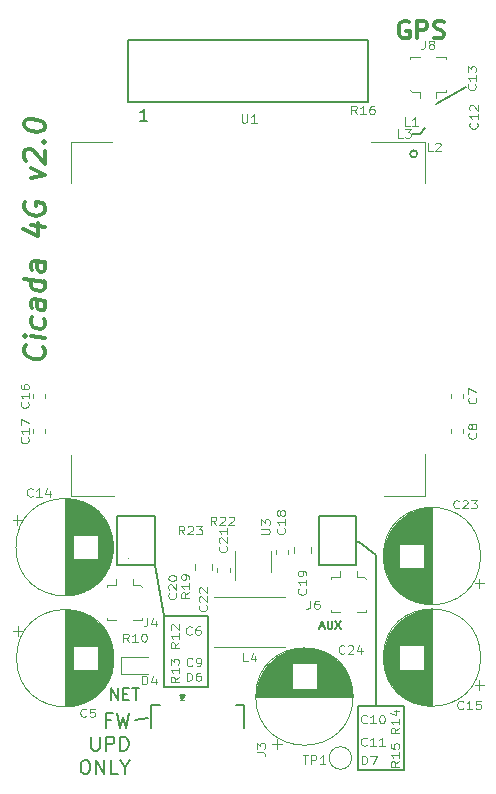
<source format=gto>
G04 #@! TF.GenerationSoftware,KiCad,Pcbnew,(5.1.4-dirty)*
G04 #@! TF.CreationDate,2020-05-21T00:04:07+08:00*
G04 #@! TF.ProjectId,cicada-4g,63696361-6461-42d3-9467-2e6b69636164,0.1*
G04 #@! TF.SameCoordinates,PX7cee6c0PY3dfd240*
G04 #@! TF.FileFunction,Legend,Top*
G04 #@! TF.FilePolarity,Positive*
%FSLAX46Y46*%
G04 Gerber Fmt 4.6, Leading zero omitted, Abs format (unit mm)*
G04 Created by KiCad (PCBNEW (5.1.4-dirty)) date 2020-05-21 00:04:07*
%MOMM*%
%LPD*%
G04 APERTURE LIST*
%ADD10C,0.150000*%
%ADD11C,0.170000*%
%ADD12C,0.200000*%
%ADD13C,0.300000*%
%ADD14C,0.350000*%
%ADD15C,0.099060*%
%ADD16C,0.120000*%
%ADD17C,0.100000*%
G04 APERTURE END LIST*
D10*
X10400000Y-59900000D02*
X11500000Y-59800000D01*
D11*
X8375214Y-59944285D02*
X7975214Y-59944285D01*
X7975214Y-60572857D02*
X7975214Y-59372857D01*
X8546642Y-59372857D01*
X8889500Y-59372857D02*
X9175214Y-60572857D01*
X9403785Y-59715714D01*
X9632357Y-60572857D01*
X9918071Y-59372857D01*
X6718071Y-61342857D02*
X6718071Y-62314285D01*
X6775214Y-62428571D01*
X6832357Y-62485714D01*
X6946642Y-62542857D01*
X7175214Y-62542857D01*
X7289500Y-62485714D01*
X7346642Y-62428571D01*
X7403785Y-62314285D01*
X7403785Y-61342857D01*
X7975214Y-62542857D02*
X7975214Y-61342857D01*
X8432357Y-61342857D01*
X8546642Y-61400000D01*
X8603785Y-61457142D01*
X8660928Y-61571428D01*
X8660928Y-61742857D01*
X8603785Y-61857142D01*
X8546642Y-61914285D01*
X8432357Y-61971428D01*
X7975214Y-61971428D01*
X9175214Y-62542857D02*
X9175214Y-61342857D01*
X9460928Y-61342857D01*
X9632357Y-61400000D01*
X9746642Y-61514285D01*
X9803785Y-61628571D01*
X9860928Y-61857142D01*
X9860928Y-62028571D01*
X9803785Y-62257142D01*
X9746642Y-62371428D01*
X9632357Y-62485714D01*
X9460928Y-62542857D01*
X9175214Y-62542857D01*
X6089500Y-63312857D02*
X6318071Y-63312857D01*
X6432357Y-63370000D01*
X6546642Y-63484285D01*
X6603785Y-63712857D01*
X6603785Y-64112857D01*
X6546642Y-64341428D01*
X6432357Y-64455714D01*
X6318071Y-64512857D01*
X6089500Y-64512857D01*
X5975214Y-64455714D01*
X5860928Y-64341428D01*
X5803785Y-64112857D01*
X5803785Y-63712857D01*
X5860928Y-63484285D01*
X5975214Y-63370000D01*
X6089500Y-63312857D01*
X7118071Y-64512857D02*
X7118071Y-63312857D01*
X7803785Y-64512857D01*
X7803785Y-63312857D01*
X8946642Y-64512857D02*
X8375214Y-64512857D01*
X8375214Y-63312857D01*
X9575214Y-63941428D02*
X9575214Y-64512857D01*
X9175214Y-63312857D02*
X9575214Y-63941428D01*
X9975214Y-63312857D01*
D12*
X11435714Y-9202380D02*
X10864285Y-9202380D01*
X11150000Y-9202380D02*
X11150000Y-8202380D01*
X11054761Y-8345238D01*
X10959523Y-8440476D01*
X10864285Y-8488095D01*
D10*
X30150000Y-7600000D02*
X9850000Y-7600000D01*
X30150000Y-2400000D02*
X30150000Y-7600000D01*
X9850000Y-2400000D02*
X30150000Y-2400000D01*
X9850000Y-7600000D02*
X9850000Y-2400000D01*
X30800000Y-46000000D02*
X30800000Y-58750000D01*
X29400000Y-44850000D02*
X30800000Y-46000000D01*
X29100000Y-44850000D02*
X29350000Y-44850000D01*
X29250000Y-64150000D02*
X29250000Y-58750000D01*
X33150000Y-64200000D02*
X29250000Y-64200000D01*
X33150000Y-58750000D02*
X33150000Y-64200000D01*
X29250000Y-58750000D02*
X33150000Y-58750000D01*
X25950000Y-46850000D02*
X25950000Y-42650000D01*
X29100000Y-46850000D02*
X25950000Y-46850000D01*
X29100000Y-42650000D02*
X29100000Y-46850000D01*
X25950000Y-42650000D02*
X29100000Y-42650000D01*
X12900000Y-51150000D02*
X12100000Y-46800000D01*
X8900000Y-46800000D02*
X8900000Y-42700000D01*
X12100000Y-46800000D02*
X8900000Y-46800000D01*
X12100000Y-42700000D02*
X12100000Y-46800000D01*
X8900000Y-42700000D02*
X12100000Y-42700000D01*
X8380952Y-58252380D02*
X8380952Y-57252380D01*
X8952380Y-58252380D01*
X8952380Y-57252380D01*
X9428571Y-57728571D02*
X9761904Y-57728571D01*
X9904761Y-58252380D02*
X9428571Y-58252380D01*
X9428571Y-57252380D01*
X9904761Y-57252380D01*
X10190476Y-57252380D02*
X10761904Y-57252380D01*
X10476190Y-58252380D02*
X10476190Y-57252380D01*
D13*
X33578571Y-800000D02*
X33435714Y-728571D01*
X33221428Y-728571D01*
X33007142Y-800000D01*
X32864285Y-942857D01*
X32792857Y-1085714D01*
X32721428Y-1371428D01*
X32721428Y-1585714D01*
X32792857Y-1871428D01*
X32864285Y-2014285D01*
X33007142Y-2157142D01*
X33221428Y-2228571D01*
X33364285Y-2228571D01*
X33578571Y-2157142D01*
X33650000Y-2085714D01*
X33650000Y-1585714D01*
X33364285Y-1585714D01*
X34292857Y-2228571D02*
X34292857Y-728571D01*
X34864285Y-728571D01*
X35007142Y-800000D01*
X35078571Y-871428D01*
X35150000Y-1014285D01*
X35150000Y-1228571D01*
X35078571Y-1371428D01*
X35007142Y-1442857D01*
X34864285Y-1514285D01*
X34292857Y-1514285D01*
X35721428Y-2157142D02*
X35935714Y-2228571D01*
X36292857Y-2228571D01*
X36435714Y-2157142D01*
X36507142Y-2085714D01*
X36578571Y-1942857D01*
X36578571Y-1800000D01*
X36507142Y-1657142D01*
X36435714Y-1585714D01*
X36292857Y-1514285D01*
X36007142Y-1442857D01*
X35864285Y-1371428D01*
X35792857Y-1300000D01*
X35721428Y-1157142D01*
X35721428Y-1014285D01*
X35792857Y-871428D01*
X35864285Y-800000D01*
X36007142Y-728571D01*
X36364285Y-728571D01*
X36578571Y-800000D01*
D10*
X26083333Y-52016666D02*
X26416666Y-52016666D01*
X26016666Y-52216666D02*
X26250000Y-51516666D01*
X26483333Y-52216666D01*
X26716666Y-51516666D02*
X26716666Y-52083333D01*
X26750000Y-52150000D01*
X26783333Y-52183333D01*
X26850000Y-52216666D01*
X26983333Y-52216666D01*
X27050000Y-52183333D01*
X27083333Y-52150000D01*
X27116666Y-52083333D01*
X27116666Y-51516666D01*
X27383333Y-51516666D02*
X27850000Y-52216666D01*
X27850000Y-51516666D02*
X27383333Y-52216666D01*
X34500000Y-10300000D02*
X35000000Y-9800000D01*
X33900000Y-10300000D02*
X34500000Y-10300000D01*
X38400000Y-6350000D02*
X35900000Y-7800000D01*
X12900000Y-57150000D02*
X12900000Y-51150000D01*
X12900000Y-51150000D02*
X16600000Y-51150000D01*
X16600000Y-51150000D02*
X16600000Y-57150000D01*
X16600000Y-57150000D02*
X12900000Y-57150000D01*
D14*
X2642857Y-28357901D02*
X2728571Y-28454330D01*
X2814285Y-28722187D01*
X2814285Y-28893616D01*
X2728571Y-29140044D01*
X2557142Y-29290044D01*
X2385714Y-29354330D01*
X2042857Y-29397187D01*
X1785714Y-29365044D01*
X1442857Y-29236473D01*
X1271428Y-29129330D01*
X1100000Y-28936473D01*
X1014285Y-28668616D01*
X1014285Y-28497187D01*
X1100000Y-28250758D01*
X1185714Y-28175758D01*
X2814285Y-27607901D02*
X1614285Y-27457901D01*
X1014285Y-27382901D02*
X1100000Y-27479330D01*
X1185714Y-27404330D01*
X1100000Y-27307901D01*
X1014285Y-27382901D01*
X1185714Y-27404330D01*
X2728571Y-25968616D02*
X2814285Y-26150758D01*
X2814285Y-26493616D01*
X2728571Y-26654330D01*
X2642857Y-26729330D01*
X2471428Y-26793616D01*
X1957142Y-26729330D01*
X1785714Y-26622187D01*
X1700000Y-26525758D01*
X1614285Y-26343616D01*
X1614285Y-26000758D01*
X1700000Y-25840044D01*
X2814285Y-24436473D02*
X1871428Y-24318616D01*
X1700000Y-24382901D01*
X1614285Y-24543616D01*
X1614285Y-24886473D01*
X1700000Y-25068616D01*
X2728571Y-24425758D02*
X2814285Y-24607901D01*
X2814285Y-25036473D01*
X2728571Y-25197187D01*
X2557142Y-25261473D01*
X2385714Y-25240044D01*
X2214285Y-25132901D01*
X2128571Y-24950758D01*
X2128571Y-24522187D01*
X2042857Y-24340044D01*
X2814285Y-22807901D02*
X1014285Y-22582901D01*
X2728571Y-22797187D02*
X2814285Y-22979330D01*
X2814285Y-23322187D01*
X2728571Y-23482901D01*
X2642857Y-23557901D01*
X2471428Y-23622187D01*
X1957142Y-23557901D01*
X1785714Y-23450758D01*
X1700000Y-23354330D01*
X1614285Y-23172187D01*
X1614285Y-22829330D01*
X1700000Y-22668616D01*
X2814285Y-21179330D02*
X1871428Y-21061473D01*
X1700000Y-21125758D01*
X1614285Y-21286473D01*
X1614285Y-21629330D01*
X1700000Y-21811473D01*
X2728571Y-21168616D02*
X2814285Y-21350758D01*
X2814285Y-21779330D01*
X2728571Y-21940044D01*
X2557142Y-22004330D01*
X2385714Y-21982901D01*
X2214285Y-21875758D01*
X2128571Y-21693616D01*
X2128571Y-21265044D01*
X2042857Y-21082901D01*
X1614285Y-18029330D02*
X2814285Y-18179330D01*
X928571Y-18372187D02*
X2214285Y-18961473D01*
X2214285Y-17847187D01*
X1100000Y-16079330D02*
X1014285Y-16240044D01*
X1014285Y-16497187D01*
X1100000Y-16765044D01*
X1271428Y-16957901D01*
X1442857Y-17065044D01*
X1785714Y-17193616D01*
X2042857Y-17225758D01*
X2385714Y-17182901D01*
X2557142Y-17118616D01*
X2728571Y-16968616D01*
X2814285Y-16722187D01*
X2814285Y-16550758D01*
X2728571Y-16282901D01*
X2642857Y-16186473D01*
X2042857Y-16111473D01*
X2042857Y-16454330D01*
X1614285Y-14086473D02*
X2814285Y-13807901D01*
X1614285Y-13229330D01*
X1185714Y-12575758D02*
X1100000Y-12479330D01*
X1014285Y-12297187D01*
X1014285Y-11868616D01*
X1100000Y-11707901D01*
X1185714Y-11632901D01*
X1357142Y-11568616D01*
X1528571Y-11590044D01*
X1785714Y-11707901D01*
X2814285Y-12865044D01*
X2814285Y-11750758D01*
X2642857Y-10957901D02*
X2728571Y-10882901D01*
X2814285Y-10979330D01*
X2728571Y-11054330D01*
X2642857Y-10957901D01*
X2814285Y-10979330D01*
X1014285Y-9554330D02*
X1014285Y-9382901D01*
X1100000Y-9222187D01*
X1185714Y-9147187D01*
X1357142Y-9082901D01*
X1700000Y-9040044D01*
X2128571Y-9093616D01*
X2471428Y-9222187D01*
X2642857Y-9329330D01*
X2728571Y-9425758D01*
X2814285Y-9607901D01*
X2814285Y-9779330D01*
X2728571Y-9940044D01*
X2642857Y-10015044D01*
X2471428Y-10079330D01*
X2128571Y-10122187D01*
X1700000Y-10068616D01*
X1357142Y-9940044D01*
X1185714Y-9832901D01*
X1100000Y-9736473D01*
X1014285Y-9554330D01*
D10*
X34300000Y-12000000D02*
G75*
G03X34300000Y-12000000I-300000J0D01*
G01*
D15*
X35000000Y-14500000D02*
X34998700Y-11001300D01*
X34998700Y-40998700D02*
X35000000Y-37400000D01*
X8500000Y-11000000D02*
X5001300Y-11001300D01*
X34998700Y-11001300D02*
X30347960Y-11001300D01*
X5000000Y-14500000D02*
X5001300Y-11001300D01*
X5001300Y-40998700D02*
X5000000Y-37500000D01*
X8600000Y-40998700D02*
X5001300Y-40998700D01*
X34998700Y-40998700D02*
X31500000Y-41000000D01*
D16*
X22035000Y-61959698D02*
X22835000Y-61959698D01*
X22435000Y-62359698D02*
X22435000Y-61559698D01*
X24217000Y-53869000D02*
X25283000Y-53869000D01*
X23982000Y-53909000D02*
X25518000Y-53909000D01*
X23802000Y-53949000D02*
X25698000Y-53949000D01*
X23652000Y-53989000D02*
X25848000Y-53989000D01*
X23521000Y-54029000D02*
X25979000Y-54029000D01*
X23404000Y-54069000D02*
X26096000Y-54069000D01*
X23297000Y-54109000D02*
X26203000Y-54109000D01*
X23198000Y-54149000D02*
X26302000Y-54149000D01*
X23105000Y-54189000D02*
X26395000Y-54189000D01*
X23019000Y-54229000D02*
X26481000Y-54229000D01*
X22937000Y-54269000D02*
X26563000Y-54269000D01*
X22860000Y-54309000D02*
X26640000Y-54309000D01*
X22786000Y-54349000D02*
X26714000Y-54349000D01*
X22716000Y-54389000D02*
X26784000Y-54389000D01*
X22648000Y-54429000D02*
X26852000Y-54429000D01*
X22584000Y-54469000D02*
X26916000Y-54469000D01*
X22522000Y-54509000D02*
X26978000Y-54509000D01*
X22463000Y-54549000D02*
X27037000Y-54549000D01*
X22405000Y-54589000D02*
X27095000Y-54589000D01*
X22350000Y-54629000D02*
X27150000Y-54629000D01*
X22296000Y-54669000D02*
X27204000Y-54669000D01*
X22245000Y-54709000D02*
X27255000Y-54709000D01*
X22194000Y-54749000D02*
X27306000Y-54749000D01*
X22146000Y-54789000D02*
X27354000Y-54789000D01*
X22099000Y-54829000D02*
X27401000Y-54829000D01*
X22053000Y-54869000D02*
X27447000Y-54869000D01*
X22009000Y-54909000D02*
X27491000Y-54909000D01*
X21966000Y-54949000D02*
X27534000Y-54949000D01*
X21924000Y-54989000D02*
X27576000Y-54989000D01*
X21883000Y-55029000D02*
X27617000Y-55029000D01*
X21843000Y-55069000D02*
X27657000Y-55069000D01*
X21805000Y-55109000D02*
X27695000Y-55109000D01*
X21767000Y-55149000D02*
X27733000Y-55149000D01*
X25790000Y-55189000D02*
X27769000Y-55189000D01*
X21731000Y-55189000D02*
X23710000Y-55189000D01*
X25790000Y-55229000D02*
X27805000Y-55229000D01*
X21695000Y-55229000D02*
X23710000Y-55229000D01*
X25790000Y-55269000D02*
X27840000Y-55269000D01*
X21660000Y-55269000D02*
X23710000Y-55269000D01*
X25790000Y-55309000D02*
X27874000Y-55309000D01*
X21626000Y-55309000D02*
X23710000Y-55309000D01*
X25790000Y-55349000D02*
X27906000Y-55349000D01*
X21594000Y-55349000D02*
X23710000Y-55349000D01*
X25790000Y-55389000D02*
X27939000Y-55389000D01*
X21561000Y-55389000D02*
X23710000Y-55389000D01*
X25790000Y-55429000D02*
X27970000Y-55429000D01*
X21530000Y-55429000D02*
X23710000Y-55429000D01*
X25790000Y-55469000D02*
X28000000Y-55469000D01*
X21500000Y-55469000D02*
X23710000Y-55469000D01*
X25790000Y-55509000D02*
X28030000Y-55509000D01*
X21470000Y-55509000D02*
X23710000Y-55509000D01*
X25790000Y-55549000D02*
X28059000Y-55549000D01*
X21441000Y-55549000D02*
X23710000Y-55549000D01*
X25790000Y-55589000D02*
X28088000Y-55589000D01*
X21412000Y-55589000D02*
X23710000Y-55589000D01*
X25790000Y-55629000D02*
X28115000Y-55629000D01*
X21385000Y-55629000D02*
X23710000Y-55629000D01*
X25790000Y-55669000D02*
X28142000Y-55669000D01*
X21358000Y-55669000D02*
X23710000Y-55669000D01*
X25790000Y-55709000D02*
X28168000Y-55709000D01*
X21332000Y-55709000D02*
X23710000Y-55709000D01*
X25790000Y-55749000D02*
X28194000Y-55749000D01*
X21306000Y-55749000D02*
X23710000Y-55749000D01*
X25790000Y-55789000D02*
X28219000Y-55789000D01*
X21281000Y-55789000D02*
X23710000Y-55789000D01*
X25790000Y-55829000D02*
X28243000Y-55829000D01*
X21257000Y-55829000D02*
X23710000Y-55829000D01*
X25790000Y-55869000D02*
X28267000Y-55869000D01*
X21233000Y-55869000D02*
X23710000Y-55869000D01*
X25790000Y-55909000D02*
X28290000Y-55909000D01*
X21210000Y-55909000D02*
X23710000Y-55909000D01*
X25790000Y-55949000D02*
X28312000Y-55949000D01*
X21188000Y-55949000D02*
X23710000Y-55949000D01*
X25790000Y-55989000D02*
X28334000Y-55989000D01*
X21166000Y-55989000D02*
X23710000Y-55989000D01*
X25790000Y-56029000D02*
X28356000Y-56029000D01*
X21144000Y-56029000D02*
X23710000Y-56029000D01*
X25790000Y-56069000D02*
X28377000Y-56069000D01*
X21123000Y-56069000D02*
X23710000Y-56069000D01*
X25790000Y-56109000D02*
X28397000Y-56109000D01*
X21103000Y-56109000D02*
X23710000Y-56109000D01*
X25790000Y-56149000D02*
X28416000Y-56149000D01*
X21084000Y-56149000D02*
X23710000Y-56149000D01*
X25790000Y-56189000D02*
X28436000Y-56189000D01*
X21064000Y-56189000D02*
X23710000Y-56189000D01*
X25790000Y-56229000D02*
X28454000Y-56229000D01*
X21046000Y-56229000D02*
X23710000Y-56229000D01*
X25790000Y-56269000D02*
X28472000Y-56269000D01*
X21028000Y-56269000D02*
X23710000Y-56269000D01*
X25790000Y-56309000D02*
X28490000Y-56309000D01*
X21010000Y-56309000D02*
X23710000Y-56309000D01*
X25790000Y-56349000D02*
X28507000Y-56349000D01*
X20993000Y-56349000D02*
X23710000Y-56349000D01*
X25790000Y-56389000D02*
X28524000Y-56389000D01*
X20976000Y-56389000D02*
X23710000Y-56389000D01*
X25790000Y-56429000D02*
X28540000Y-56429000D01*
X20960000Y-56429000D02*
X23710000Y-56429000D01*
X25790000Y-56469000D02*
X28555000Y-56469000D01*
X20945000Y-56469000D02*
X23710000Y-56469000D01*
X25790000Y-56509000D02*
X28571000Y-56509000D01*
X20929000Y-56509000D02*
X23710000Y-56509000D01*
X25790000Y-56549000D02*
X28585000Y-56549000D01*
X20915000Y-56549000D02*
X23710000Y-56549000D01*
X25790000Y-56589000D02*
X28600000Y-56589000D01*
X20900000Y-56589000D02*
X23710000Y-56589000D01*
X25790000Y-56629000D02*
X28613000Y-56629000D01*
X20887000Y-56629000D02*
X23710000Y-56629000D01*
X25790000Y-56669000D02*
X28627000Y-56669000D01*
X20873000Y-56669000D02*
X23710000Y-56669000D01*
X25790000Y-56709000D02*
X28639000Y-56709000D01*
X20861000Y-56709000D02*
X23710000Y-56709000D01*
X25790000Y-56749000D02*
X28652000Y-56749000D01*
X20848000Y-56749000D02*
X23710000Y-56749000D01*
X25790000Y-56789000D02*
X28664000Y-56789000D01*
X20836000Y-56789000D02*
X23710000Y-56789000D01*
X25790000Y-56829000D02*
X28675000Y-56829000D01*
X20825000Y-56829000D02*
X23710000Y-56829000D01*
X25790000Y-56869000D02*
X28686000Y-56869000D01*
X20814000Y-56869000D02*
X23710000Y-56869000D01*
X25790000Y-56909000D02*
X28697000Y-56909000D01*
X20803000Y-56909000D02*
X23710000Y-56909000D01*
X25790000Y-56949000D02*
X28707000Y-56949000D01*
X20793000Y-56949000D02*
X23710000Y-56949000D01*
X25790000Y-56989000D02*
X28717000Y-56989000D01*
X20783000Y-56989000D02*
X23710000Y-56989000D01*
X25790000Y-57029000D02*
X28726000Y-57029000D01*
X20774000Y-57029000D02*
X23710000Y-57029000D01*
X25790000Y-57069000D02*
X28735000Y-57069000D01*
X20765000Y-57069000D02*
X23710000Y-57069000D01*
X25790000Y-57109000D02*
X28744000Y-57109000D01*
X20756000Y-57109000D02*
X23710000Y-57109000D01*
X25790000Y-57149000D02*
X28752000Y-57149000D01*
X20748000Y-57149000D02*
X23710000Y-57149000D01*
X25790000Y-57189000D02*
X28760000Y-57189000D01*
X20740000Y-57189000D02*
X23710000Y-57189000D01*
X25790000Y-57229000D02*
X28767000Y-57229000D01*
X20733000Y-57229000D02*
X23710000Y-57229000D01*
X20726000Y-57270000D02*
X28774000Y-57270000D01*
X20720000Y-57310000D02*
X28780000Y-57310000D01*
X20713000Y-57350000D02*
X28787000Y-57350000D01*
X20708000Y-57390000D02*
X28792000Y-57390000D01*
X20702000Y-57430000D02*
X28798000Y-57430000D01*
X20698000Y-57470000D02*
X28802000Y-57470000D01*
X20693000Y-57510000D02*
X28807000Y-57510000D01*
X20689000Y-57550000D02*
X28811000Y-57550000D01*
X20685000Y-57590000D02*
X28815000Y-57590000D01*
X20682000Y-57630000D02*
X28818000Y-57630000D01*
X20679000Y-57670000D02*
X28821000Y-57670000D01*
X20676000Y-57710000D02*
X28824000Y-57710000D01*
X20674000Y-57750000D02*
X28826000Y-57750000D01*
X20673000Y-57790000D02*
X28827000Y-57790000D01*
X20671000Y-57830000D02*
X28829000Y-57830000D01*
X20670000Y-57870000D02*
X28830000Y-57870000D01*
X20670000Y-57910000D02*
X28830000Y-57910000D01*
X20670000Y-57950000D02*
X28830000Y-57950000D01*
X28870000Y-57950000D02*
G75*
G03X28870000Y-57950000I-4120000J0D01*
G01*
X39559698Y-48765000D02*
X39559698Y-47965000D01*
X39959698Y-48365000D02*
X39159698Y-48365000D01*
X31469000Y-46583000D02*
X31469000Y-45517000D01*
X31509000Y-46818000D02*
X31509000Y-45282000D01*
X31549000Y-46998000D02*
X31549000Y-45102000D01*
X31589000Y-47148000D02*
X31589000Y-44952000D01*
X31629000Y-47279000D02*
X31629000Y-44821000D01*
X31669000Y-47396000D02*
X31669000Y-44704000D01*
X31709000Y-47503000D02*
X31709000Y-44597000D01*
X31749000Y-47602000D02*
X31749000Y-44498000D01*
X31789000Y-47695000D02*
X31789000Y-44405000D01*
X31829000Y-47781000D02*
X31829000Y-44319000D01*
X31869000Y-47863000D02*
X31869000Y-44237000D01*
X31909000Y-47940000D02*
X31909000Y-44160000D01*
X31949000Y-48014000D02*
X31949000Y-44086000D01*
X31989000Y-48084000D02*
X31989000Y-44016000D01*
X32029000Y-48152000D02*
X32029000Y-43948000D01*
X32069000Y-48216000D02*
X32069000Y-43884000D01*
X32109000Y-48278000D02*
X32109000Y-43822000D01*
X32149000Y-48337000D02*
X32149000Y-43763000D01*
X32189000Y-48395000D02*
X32189000Y-43705000D01*
X32229000Y-48450000D02*
X32229000Y-43650000D01*
X32269000Y-48504000D02*
X32269000Y-43596000D01*
X32309000Y-48555000D02*
X32309000Y-43545000D01*
X32349000Y-48606000D02*
X32349000Y-43494000D01*
X32389000Y-48654000D02*
X32389000Y-43446000D01*
X32429000Y-48701000D02*
X32429000Y-43399000D01*
X32469000Y-48747000D02*
X32469000Y-43353000D01*
X32509000Y-48791000D02*
X32509000Y-43309000D01*
X32549000Y-48834000D02*
X32549000Y-43266000D01*
X32589000Y-48876000D02*
X32589000Y-43224000D01*
X32629000Y-48917000D02*
X32629000Y-43183000D01*
X32669000Y-48957000D02*
X32669000Y-43143000D01*
X32709000Y-48995000D02*
X32709000Y-43105000D01*
X32749000Y-49033000D02*
X32749000Y-43067000D01*
X32789000Y-45010000D02*
X32789000Y-43031000D01*
X32789000Y-49069000D02*
X32789000Y-47090000D01*
X32829000Y-45010000D02*
X32829000Y-42995000D01*
X32829000Y-49105000D02*
X32829000Y-47090000D01*
X32869000Y-45010000D02*
X32869000Y-42960000D01*
X32869000Y-49140000D02*
X32869000Y-47090000D01*
X32909000Y-45010000D02*
X32909000Y-42926000D01*
X32909000Y-49174000D02*
X32909000Y-47090000D01*
X32949000Y-45010000D02*
X32949000Y-42894000D01*
X32949000Y-49206000D02*
X32949000Y-47090000D01*
X32989000Y-45010000D02*
X32989000Y-42861000D01*
X32989000Y-49239000D02*
X32989000Y-47090000D01*
X33029000Y-45010000D02*
X33029000Y-42830000D01*
X33029000Y-49270000D02*
X33029000Y-47090000D01*
X33069000Y-45010000D02*
X33069000Y-42800000D01*
X33069000Y-49300000D02*
X33069000Y-47090000D01*
X33109000Y-45010000D02*
X33109000Y-42770000D01*
X33109000Y-49330000D02*
X33109000Y-47090000D01*
X33149000Y-45010000D02*
X33149000Y-42741000D01*
X33149000Y-49359000D02*
X33149000Y-47090000D01*
X33189000Y-45010000D02*
X33189000Y-42712000D01*
X33189000Y-49388000D02*
X33189000Y-47090000D01*
X33229000Y-45010000D02*
X33229000Y-42685000D01*
X33229000Y-49415000D02*
X33229000Y-47090000D01*
X33269000Y-45010000D02*
X33269000Y-42658000D01*
X33269000Y-49442000D02*
X33269000Y-47090000D01*
X33309000Y-45010000D02*
X33309000Y-42632000D01*
X33309000Y-49468000D02*
X33309000Y-47090000D01*
X33349000Y-45010000D02*
X33349000Y-42606000D01*
X33349000Y-49494000D02*
X33349000Y-47090000D01*
X33389000Y-45010000D02*
X33389000Y-42581000D01*
X33389000Y-49519000D02*
X33389000Y-47090000D01*
X33429000Y-45010000D02*
X33429000Y-42557000D01*
X33429000Y-49543000D02*
X33429000Y-47090000D01*
X33469000Y-45010000D02*
X33469000Y-42533000D01*
X33469000Y-49567000D02*
X33469000Y-47090000D01*
X33509000Y-45010000D02*
X33509000Y-42510000D01*
X33509000Y-49590000D02*
X33509000Y-47090000D01*
X33549000Y-45010000D02*
X33549000Y-42488000D01*
X33549000Y-49612000D02*
X33549000Y-47090000D01*
X33589000Y-45010000D02*
X33589000Y-42466000D01*
X33589000Y-49634000D02*
X33589000Y-47090000D01*
X33629000Y-45010000D02*
X33629000Y-42444000D01*
X33629000Y-49656000D02*
X33629000Y-47090000D01*
X33669000Y-45010000D02*
X33669000Y-42423000D01*
X33669000Y-49677000D02*
X33669000Y-47090000D01*
X33709000Y-45010000D02*
X33709000Y-42403000D01*
X33709000Y-49697000D02*
X33709000Y-47090000D01*
X33749000Y-45010000D02*
X33749000Y-42384000D01*
X33749000Y-49716000D02*
X33749000Y-47090000D01*
X33789000Y-45010000D02*
X33789000Y-42364000D01*
X33789000Y-49736000D02*
X33789000Y-47090000D01*
X33829000Y-45010000D02*
X33829000Y-42346000D01*
X33829000Y-49754000D02*
X33829000Y-47090000D01*
X33869000Y-45010000D02*
X33869000Y-42328000D01*
X33869000Y-49772000D02*
X33869000Y-47090000D01*
X33909000Y-45010000D02*
X33909000Y-42310000D01*
X33909000Y-49790000D02*
X33909000Y-47090000D01*
X33949000Y-45010000D02*
X33949000Y-42293000D01*
X33949000Y-49807000D02*
X33949000Y-47090000D01*
X33989000Y-45010000D02*
X33989000Y-42276000D01*
X33989000Y-49824000D02*
X33989000Y-47090000D01*
X34029000Y-45010000D02*
X34029000Y-42260000D01*
X34029000Y-49840000D02*
X34029000Y-47090000D01*
X34069000Y-45010000D02*
X34069000Y-42245000D01*
X34069000Y-49855000D02*
X34069000Y-47090000D01*
X34109000Y-45010000D02*
X34109000Y-42229000D01*
X34109000Y-49871000D02*
X34109000Y-47090000D01*
X34149000Y-45010000D02*
X34149000Y-42215000D01*
X34149000Y-49885000D02*
X34149000Y-47090000D01*
X34189000Y-45010000D02*
X34189000Y-42200000D01*
X34189000Y-49900000D02*
X34189000Y-47090000D01*
X34229000Y-45010000D02*
X34229000Y-42187000D01*
X34229000Y-49913000D02*
X34229000Y-47090000D01*
X34269000Y-45010000D02*
X34269000Y-42173000D01*
X34269000Y-49927000D02*
X34269000Y-47090000D01*
X34309000Y-45010000D02*
X34309000Y-42161000D01*
X34309000Y-49939000D02*
X34309000Y-47090000D01*
X34349000Y-45010000D02*
X34349000Y-42148000D01*
X34349000Y-49952000D02*
X34349000Y-47090000D01*
X34389000Y-45010000D02*
X34389000Y-42136000D01*
X34389000Y-49964000D02*
X34389000Y-47090000D01*
X34429000Y-45010000D02*
X34429000Y-42125000D01*
X34429000Y-49975000D02*
X34429000Y-47090000D01*
X34469000Y-45010000D02*
X34469000Y-42114000D01*
X34469000Y-49986000D02*
X34469000Y-47090000D01*
X34509000Y-45010000D02*
X34509000Y-42103000D01*
X34509000Y-49997000D02*
X34509000Y-47090000D01*
X34549000Y-45010000D02*
X34549000Y-42093000D01*
X34549000Y-50007000D02*
X34549000Y-47090000D01*
X34589000Y-45010000D02*
X34589000Y-42083000D01*
X34589000Y-50017000D02*
X34589000Y-47090000D01*
X34629000Y-45010000D02*
X34629000Y-42074000D01*
X34629000Y-50026000D02*
X34629000Y-47090000D01*
X34669000Y-45010000D02*
X34669000Y-42065000D01*
X34669000Y-50035000D02*
X34669000Y-47090000D01*
X34709000Y-45010000D02*
X34709000Y-42056000D01*
X34709000Y-50044000D02*
X34709000Y-47090000D01*
X34749000Y-45010000D02*
X34749000Y-42048000D01*
X34749000Y-50052000D02*
X34749000Y-47090000D01*
X34789000Y-45010000D02*
X34789000Y-42040000D01*
X34789000Y-50060000D02*
X34789000Y-47090000D01*
X34829000Y-45010000D02*
X34829000Y-42033000D01*
X34829000Y-50067000D02*
X34829000Y-47090000D01*
X34870000Y-50074000D02*
X34870000Y-42026000D01*
X34910000Y-50080000D02*
X34910000Y-42020000D01*
X34950000Y-50087000D02*
X34950000Y-42013000D01*
X34990000Y-50092000D02*
X34990000Y-42008000D01*
X35030000Y-50098000D02*
X35030000Y-42002000D01*
X35070000Y-50102000D02*
X35070000Y-41998000D01*
X35110000Y-50107000D02*
X35110000Y-41993000D01*
X35150000Y-50111000D02*
X35150000Y-41989000D01*
X35190000Y-50115000D02*
X35190000Y-41985000D01*
X35230000Y-50118000D02*
X35230000Y-41982000D01*
X35270000Y-50121000D02*
X35270000Y-41979000D01*
X35310000Y-50124000D02*
X35310000Y-41976000D01*
X35350000Y-50126000D02*
X35350000Y-41974000D01*
X35390000Y-50127000D02*
X35390000Y-41973000D01*
X35430000Y-50129000D02*
X35430000Y-41971000D01*
X35470000Y-50130000D02*
X35470000Y-41970000D01*
X35510000Y-50130000D02*
X35510000Y-41970000D01*
X35550000Y-50130000D02*
X35550000Y-41970000D01*
X39670000Y-46050000D02*
G75*
G03X39670000Y-46050000I-4120000J0D01*
G01*
X39559698Y-57365000D02*
X39559698Y-56565000D01*
X39959698Y-56965000D02*
X39159698Y-56965000D01*
X31469000Y-55183000D02*
X31469000Y-54117000D01*
X31509000Y-55418000D02*
X31509000Y-53882000D01*
X31549000Y-55598000D02*
X31549000Y-53702000D01*
X31589000Y-55748000D02*
X31589000Y-53552000D01*
X31629000Y-55879000D02*
X31629000Y-53421000D01*
X31669000Y-55996000D02*
X31669000Y-53304000D01*
X31709000Y-56103000D02*
X31709000Y-53197000D01*
X31749000Y-56202000D02*
X31749000Y-53098000D01*
X31789000Y-56295000D02*
X31789000Y-53005000D01*
X31829000Y-56381000D02*
X31829000Y-52919000D01*
X31869000Y-56463000D02*
X31869000Y-52837000D01*
X31909000Y-56540000D02*
X31909000Y-52760000D01*
X31949000Y-56614000D02*
X31949000Y-52686000D01*
X31989000Y-56684000D02*
X31989000Y-52616000D01*
X32029000Y-56752000D02*
X32029000Y-52548000D01*
X32069000Y-56816000D02*
X32069000Y-52484000D01*
X32109000Y-56878000D02*
X32109000Y-52422000D01*
X32149000Y-56937000D02*
X32149000Y-52363000D01*
X32189000Y-56995000D02*
X32189000Y-52305000D01*
X32229000Y-57050000D02*
X32229000Y-52250000D01*
X32269000Y-57104000D02*
X32269000Y-52196000D01*
X32309000Y-57155000D02*
X32309000Y-52145000D01*
X32349000Y-57206000D02*
X32349000Y-52094000D01*
X32389000Y-57254000D02*
X32389000Y-52046000D01*
X32429000Y-57301000D02*
X32429000Y-51999000D01*
X32469000Y-57347000D02*
X32469000Y-51953000D01*
X32509000Y-57391000D02*
X32509000Y-51909000D01*
X32549000Y-57434000D02*
X32549000Y-51866000D01*
X32589000Y-57476000D02*
X32589000Y-51824000D01*
X32629000Y-57517000D02*
X32629000Y-51783000D01*
X32669000Y-57557000D02*
X32669000Y-51743000D01*
X32709000Y-57595000D02*
X32709000Y-51705000D01*
X32749000Y-57633000D02*
X32749000Y-51667000D01*
X32789000Y-53610000D02*
X32789000Y-51631000D01*
X32789000Y-57669000D02*
X32789000Y-55690000D01*
X32829000Y-53610000D02*
X32829000Y-51595000D01*
X32829000Y-57705000D02*
X32829000Y-55690000D01*
X32869000Y-53610000D02*
X32869000Y-51560000D01*
X32869000Y-57740000D02*
X32869000Y-55690000D01*
X32909000Y-53610000D02*
X32909000Y-51526000D01*
X32909000Y-57774000D02*
X32909000Y-55690000D01*
X32949000Y-53610000D02*
X32949000Y-51494000D01*
X32949000Y-57806000D02*
X32949000Y-55690000D01*
X32989000Y-53610000D02*
X32989000Y-51461000D01*
X32989000Y-57839000D02*
X32989000Y-55690000D01*
X33029000Y-53610000D02*
X33029000Y-51430000D01*
X33029000Y-57870000D02*
X33029000Y-55690000D01*
X33069000Y-53610000D02*
X33069000Y-51400000D01*
X33069000Y-57900000D02*
X33069000Y-55690000D01*
X33109000Y-53610000D02*
X33109000Y-51370000D01*
X33109000Y-57930000D02*
X33109000Y-55690000D01*
X33149000Y-53610000D02*
X33149000Y-51341000D01*
X33149000Y-57959000D02*
X33149000Y-55690000D01*
X33189000Y-53610000D02*
X33189000Y-51312000D01*
X33189000Y-57988000D02*
X33189000Y-55690000D01*
X33229000Y-53610000D02*
X33229000Y-51285000D01*
X33229000Y-58015000D02*
X33229000Y-55690000D01*
X33269000Y-53610000D02*
X33269000Y-51258000D01*
X33269000Y-58042000D02*
X33269000Y-55690000D01*
X33309000Y-53610000D02*
X33309000Y-51232000D01*
X33309000Y-58068000D02*
X33309000Y-55690000D01*
X33349000Y-53610000D02*
X33349000Y-51206000D01*
X33349000Y-58094000D02*
X33349000Y-55690000D01*
X33389000Y-53610000D02*
X33389000Y-51181000D01*
X33389000Y-58119000D02*
X33389000Y-55690000D01*
X33429000Y-53610000D02*
X33429000Y-51157000D01*
X33429000Y-58143000D02*
X33429000Y-55690000D01*
X33469000Y-53610000D02*
X33469000Y-51133000D01*
X33469000Y-58167000D02*
X33469000Y-55690000D01*
X33509000Y-53610000D02*
X33509000Y-51110000D01*
X33509000Y-58190000D02*
X33509000Y-55690000D01*
X33549000Y-53610000D02*
X33549000Y-51088000D01*
X33549000Y-58212000D02*
X33549000Y-55690000D01*
X33589000Y-53610000D02*
X33589000Y-51066000D01*
X33589000Y-58234000D02*
X33589000Y-55690000D01*
X33629000Y-53610000D02*
X33629000Y-51044000D01*
X33629000Y-58256000D02*
X33629000Y-55690000D01*
X33669000Y-53610000D02*
X33669000Y-51023000D01*
X33669000Y-58277000D02*
X33669000Y-55690000D01*
X33709000Y-53610000D02*
X33709000Y-51003000D01*
X33709000Y-58297000D02*
X33709000Y-55690000D01*
X33749000Y-53610000D02*
X33749000Y-50984000D01*
X33749000Y-58316000D02*
X33749000Y-55690000D01*
X33789000Y-53610000D02*
X33789000Y-50964000D01*
X33789000Y-58336000D02*
X33789000Y-55690000D01*
X33829000Y-53610000D02*
X33829000Y-50946000D01*
X33829000Y-58354000D02*
X33829000Y-55690000D01*
X33869000Y-53610000D02*
X33869000Y-50928000D01*
X33869000Y-58372000D02*
X33869000Y-55690000D01*
X33909000Y-53610000D02*
X33909000Y-50910000D01*
X33909000Y-58390000D02*
X33909000Y-55690000D01*
X33949000Y-53610000D02*
X33949000Y-50893000D01*
X33949000Y-58407000D02*
X33949000Y-55690000D01*
X33989000Y-53610000D02*
X33989000Y-50876000D01*
X33989000Y-58424000D02*
X33989000Y-55690000D01*
X34029000Y-53610000D02*
X34029000Y-50860000D01*
X34029000Y-58440000D02*
X34029000Y-55690000D01*
X34069000Y-53610000D02*
X34069000Y-50845000D01*
X34069000Y-58455000D02*
X34069000Y-55690000D01*
X34109000Y-53610000D02*
X34109000Y-50829000D01*
X34109000Y-58471000D02*
X34109000Y-55690000D01*
X34149000Y-53610000D02*
X34149000Y-50815000D01*
X34149000Y-58485000D02*
X34149000Y-55690000D01*
X34189000Y-53610000D02*
X34189000Y-50800000D01*
X34189000Y-58500000D02*
X34189000Y-55690000D01*
X34229000Y-53610000D02*
X34229000Y-50787000D01*
X34229000Y-58513000D02*
X34229000Y-55690000D01*
X34269000Y-53610000D02*
X34269000Y-50773000D01*
X34269000Y-58527000D02*
X34269000Y-55690000D01*
X34309000Y-53610000D02*
X34309000Y-50761000D01*
X34309000Y-58539000D02*
X34309000Y-55690000D01*
X34349000Y-53610000D02*
X34349000Y-50748000D01*
X34349000Y-58552000D02*
X34349000Y-55690000D01*
X34389000Y-53610000D02*
X34389000Y-50736000D01*
X34389000Y-58564000D02*
X34389000Y-55690000D01*
X34429000Y-53610000D02*
X34429000Y-50725000D01*
X34429000Y-58575000D02*
X34429000Y-55690000D01*
X34469000Y-53610000D02*
X34469000Y-50714000D01*
X34469000Y-58586000D02*
X34469000Y-55690000D01*
X34509000Y-53610000D02*
X34509000Y-50703000D01*
X34509000Y-58597000D02*
X34509000Y-55690000D01*
X34549000Y-53610000D02*
X34549000Y-50693000D01*
X34549000Y-58607000D02*
X34549000Y-55690000D01*
X34589000Y-53610000D02*
X34589000Y-50683000D01*
X34589000Y-58617000D02*
X34589000Y-55690000D01*
X34629000Y-53610000D02*
X34629000Y-50674000D01*
X34629000Y-58626000D02*
X34629000Y-55690000D01*
X34669000Y-53610000D02*
X34669000Y-50665000D01*
X34669000Y-58635000D02*
X34669000Y-55690000D01*
X34709000Y-53610000D02*
X34709000Y-50656000D01*
X34709000Y-58644000D02*
X34709000Y-55690000D01*
X34749000Y-53610000D02*
X34749000Y-50648000D01*
X34749000Y-58652000D02*
X34749000Y-55690000D01*
X34789000Y-53610000D02*
X34789000Y-50640000D01*
X34789000Y-58660000D02*
X34789000Y-55690000D01*
X34829000Y-53610000D02*
X34829000Y-50633000D01*
X34829000Y-58667000D02*
X34829000Y-55690000D01*
X34870000Y-58674000D02*
X34870000Y-50626000D01*
X34910000Y-58680000D02*
X34910000Y-50620000D01*
X34950000Y-58687000D02*
X34950000Y-50613000D01*
X34990000Y-58692000D02*
X34990000Y-50608000D01*
X35030000Y-58698000D02*
X35030000Y-50602000D01*
X35070000Y-58702000D02*
X35070000Y-50598000D01*
X35110000Y-58707000D02*
X35110000Y-50593000D01*
X35150000Y-58711000D02*
X35150000Y-50589000D01*
X35190000Y-58715000D02*
X35190000Y-50585000D01*
X35230000Y-58718000D02*
X35230000Y-50582000D01*
X35270000Y-58721000D02*
X35270000Y-50579000D01*
X35310000Y-58724000D02*
X35310000Y-50576000D01*
X35350000Y-58726000D02*
X35350000Y-50574000D01*
X35390000Y-58727000D02*
X35390000Y-50573000D01*
X35430000Y-58729000D02*
X35430000Y-50571000D01*
X35470000Y-58730000D02*
X35470000Y-50570000D01*
X35510000Y-58730000D02*
X35510000Y-50570000D01*
X35550000Y-58730000D02*
X35550000Y-50570000D01*
X39670000Y-54650000D02*
G75*
G03X39670000Y-54650000I-4120000J0D01*
G01*
X440302Y-42585000D02*
X440302Y-43385000D01*
X40302Y-42985000D02*
X840302Y-42985000D01*
X8531000Y-44767000D02*
X8531000Y-45833000D01*
X8491000Y-44532000D02*
X8491000Y-46068000D01*
X8451000Y-44352000D02*
X8451000Y-46248000D01*
X8411000Y-44202000D02*
X8411000Y-46398000D01*
X8371000Y-44071000D02*
X8371000Y-46529000D01*
X8331000Y-43954000D02*
X8331000Y-46646000D01*
X8291000Y-43847000D02*
X8291000Y-46753000D01*
X8251000Y-43748000D02*
X8251000Y-46852000D01*
X8211000Y-43655000D02*
X8211000Y-46945000D01*
X8171000Y-43569000D02*
X8171000Y-47031000D01*
X8131000Y-43487000D02*
X8131000Y-47113000D01*
X8091000Y-43410000D02*
X8091000Y-47190000D01*
X8051000Y-43336000D02*
X8051000Y-47264000D01*
X8011000Y-43266000D02*
X8011000Y-47334000D01*
X7971000Y-43198000D02*
X7971000Y-47402000D01*
X7931000Y-43134000D02*
X7931000Y-47466000D01*
X7891000Y-43072000D02*
X7891000Y-47528000D01*
X7851000Y-43013000D02*
X7851000Y-47587000D01*
X7811000Y-42955000D02*
X7811000Y-47645000D01*
X7771000Y-42900000D02*
X7771000Y-47700000D01*
X7731000Y-42846000D02*
X7731000Y-47754000D01*
X7691000Y-42795000D02*
X7691000Y-47805000D01*
X7651000Y-42744000D02*
X7651000Y-47856000D01*
X7611000Y-42696000D02*
X7611000Y-47904000D01*
X7571000Y-42649000D02*
X7571000Y-47951000D01*
X7531000Y-42603000D02*
X7531000Y-47997000D01*
X7491000Y-42559000D02*
X7491000Y-48041000D01*
X7451000Y-42516000D02*
X7451000Y-48084000D01*
X7411000Y-42474000D02*
X7411000Y-48126000D01*
X7371000Y-42433000D02*
X7371000Y-48167000D01*
X7331000Y-42393000D02*
X7331000Y-48207000D01*
X7291000Y-42355000D02*
X7291000Y-48245000D01*
X7251000Y-42317000D02*
X7251000Y-48283000D01*
X7211000Y-46340000D02*
X7211000Y-48319000D01*
X7211000Y-42281000D02*
X7211000Y-44260000D01*
X7171000Y-46340000D02*
X7171000Y-48355000D01*
X7171000Y-42245000D02*
X7171000Y-44260000D01*
X7131000Y-46340000D02*
X7131000Y-48390000D01*
X7131000Y-42210000D02*
X7131000Y-44260000D01*
X7091000Y-46340000D02*
X7091000Y-48424000D01*
X7091000Y-42176000D02*
X7091000Y-44260000D01*
X7051000Y-46340000D02*
X7051000Y-48456000D01*
X7051000Y-42144000D02*
X7051000Y-44260000D01*
X7011000Y-46340000D02*
X7011000Y-48489000D01*
X7011000Y-42111000D02*
X7011000Y-44260000D01*
X6971000Y-46340000D02*
X6971000Y-48520000D01*
X6971000Y-42080000D02*
X6971000Y-44260000D01*
X6931000Y-46340000D02*
X6931000Y-48550000D01*
X6931000Y-42050000D02*
X6931000Y-44260000D01*
X6891000Y-46340000D02*
X6891000Y-48580000D01*
X6891000Y-42020000D02*
X6891000Y-44260000D01*
X6851000Y-46340000D02*
X6851000Y-48609000D01*
X6851000Y-41991000D02*
X6851000Y-44260000D01*
X6811000Y-46340000D02*
X6811000Y-48638000D01*
X6811000Y-41962000D02*
X6811000Y-44260000D01*
X6771000Y-46340000D02*
X6771000Y-48665000D01*
X6771000Y-41935000D02*
X6771000Y-44260000D01*
X6731000Y-46340000D02*
X6731000Y-48692000D01*
X6731000Y-41908000D02*
X6731000Y-44260000D01*
X6691000Y-46340000D02*
X6691000Y-48718000D01*
X6691000Y-41882000D02*
X6691000Y-44260000D01*
X6651000Y-46340000D02*
X6651000Y-48744000D01*
X6651000Y-41856000D02*
X6651000Y-44260000D01*
X6611000Y-46340000D02*
X6611000Y-48769000D01*
X6611000Y-41831000D02*
X6611000Y-44260000D01*
X6571000Y-46340000D02*
X6571000Y-48793000D01*
X6571000Y-41807000D02*
X6571000Y-44260000D01*
X6531000Y-46340000D02*
X6531000Y-48817000D01*
X6531000Y-41783000D02*
X6531000Y-44260000D01*
X6491000Y-46340000D02*
X6491000Y-48840000D01*
X6491000Y-41760000D02*
X6491000Y-44260000D01*
X6451000Y-46340000D02*
X6451000Y-48862000D01*
X6451000Y-41738000D02*
X6451000Y-44260000D01*
X6411000Y-46340000D02*
X6411000Y-48884000D01*
X6411000Y-41716000D02*
X6411000Y-44260000D01*
X6371000Y-46340000D02*
X6371000Y-48906000D01*
X6371000Y-41694000D02*
X6371000Y-44260000D01*
X6331000Y-46340000D02*
X6331000Y-48927000D01*
X6331000Y-41673000D02*
X6331000Y-44260000D01*
X6291000Y-46340000D02*
X6291000Y-48947000D01*
X6291000Y-41653000D02*
X6291000Y-44260000D01*
X6251000Y-46340000D02*
X6251000Y-48966000D01*
X6251000Y-41634000D02*
X6251000Y-44260000D01*
X6211000Y-46340000D02*
X6211000Y-48986000D01*
X6211000Y-41614000D02*
X6211000Y-44260000D01*
X6171000Y-46340000D02*
X6171000Y-49004000D01*
X6171000Y-41596000D02*
X6171000Y-44260000D01*
X6131000Y-46340000D02*
X6131000Y-49022000D01*
X6131000Y-41578000D02*
X6131000Y-44260000D01*
X6091000Y-46340000D02*
X6091000Y-49040000D01*
X6091000Y-41560000D02*
X6091000Y-44260000D01*
X6051000Y-46340000D02*
X6051000Y-49057000D01*
X6051000Y-41543000D02*
X6051000Y-44260000D01*
X6011000Y-46340000D02*
X6011000Y-49074000D01*
X6011000Y-41526000D02*
X6011000Y-44260000D01*
X5971000Y-46340000D02*
X5971000Y-49090000D01*
X5971000Y-41510000D02*
X5971000Y-44260000D01*
X5931000Y-46340000D02*
X5931000Y-49105000D01*
X5931000Y-41495000D02*
X5931000Y-44260000D01*
X5891000Y-46340000D02*
X5891000Y-49121000D01*
X5891000Y-41479000D02*
X5891000Y-44260000D01*
X5851000Y-46340000D02*
X5851000Y-49135000D01*
X5851000Y-41465000D02*
X5851000Y-44260000D01*
X5811000Y-46340000D02*
X5811000Y-49150000D01*
X5811000Y-41450000D02*
X5811000Y-44260000D01*
X5771000Y-46340000D02*
X5771000Y-49163000D01*
X5771000Y-41437000D02*
X5771000Y-44260000D01*
X5731000Y-46340000D02*
X5731000Y-49177000D01*
X5731000Y-41423000D02*
X5731000Y-44260000D01*
X5691000Y-46340000D02*
X5691000Y-49189000D01*
X5691000Y-41411000D02*
X5691000Y-44260000D01*
X5651000Y-46340000D02*
X5651000Y-49202000D01*
X5651000Y-41398000D02*
X5651000Y-44260000D01*
X5611000Y-46340000D02*
X5611000Y-49214000D01*
X5611000Y-41386000D02*
X5611000Y-44260000D01*
X5571000Y-46340000D02*
X5571000Y-49225000D01*
X5571000Y-41375000D02*
X5571000Y-44260000D01*
X5531000Y-46340000D02*
X5531000Y-49236000D01*
X5531000Y-41364000D02*
X5531000Y-44260000D01*
X5491000Y-46340000D02*
X5491000Y-49247000D01*
X5491000Y-41353000D02*
X5491000Y-44260000D01*
X5451000Y-46340000D02*
X5451000Y-49257000D01*
X5451000Y-41343000D02*
X5451000Y-44260000D01*
X5411000Y-46340000D02*
X5411000Y-49267000D01*
X5411000Y-41333000D02*
X5411000Y-44260000D01*
X5371000Y-46340000D02*
X5371000Y-49276000D01*
X5371000Y-41324000D02*
X5371000Y-44260000D01*
X5331000Y-46340000D02*
X5331000Y-49285000D01*
X5331000Y-41315000D02*
X5331000Y-44260000D01*
X5291000Y-46340000D02*
X5291000Y-49294000D01*
X5291000Y-41306000D02*
X5291000Y-44260000D01*
X5251000Y-46340000D02*
X5251000Y-49302000D01*
X5251000Y-41298000D02*
X5251000Y-44260000D01*
X5211000Y-46340000D02*
X5211000Y-49310000D01*
X5211000Y-41290000D02*
X5211000Y-44260000D01*
X5171000Y-46340000D02*
X5171000Y-49317000D01*
X5171000Y-41283000D02*
X5171000Y-44260000D01*
X5130000Y-41276000D02*
X5130000Y-49324000D01*
X5090000Y-41270000D02*
X5090000Y-49330000D01*
X5050000Y-41263000D02*
X5050000Y-49337000D01*
X5010000Y-41258000D02*
X5010000Y-49342000D01*
X4970000Y-41252000D02*
X4970000Y-49348000D01*
X4930000Y-41248000D02*
X4930000Y-49352000D01*
X4890000Y-41243000D02*
X4890000Y-49357000D01*
X4850000Y-41239000D02*
X4850000Y-49361000D01*
X4810000Y-41235000D02*
X4810000Y-49365000D01*
X4770000Y-41232000D02*
X4770000Y-49368000D01*
X4730000Y-41229000D02*
X4730000Y-49371000D01*
X4690000Y-41226000D02*
X4690000Y-49374000D01*
X4650000Y-41224000D02*
X4650000Y-49376000D01*
X4610000Y-41223000D02*
X4610000Y-49377000D01*
X4570000Y-41221000D02*
X4570000Y-49379000D01*
X4530000Y-41220000D02*
X4530000Y-49380000D01*
X4490000Y-41220000D02*
X4490000Y-49380000D01*
X4450000Y-41220000D02*
X4450000Y-49380000D01*
X8570000Y-45300000D02*
G75*
G03X8570000Y-45300000I-4120000J0D01*
G01*
X490302Y-51985000D02*
X490302Y-52785000D01*
X90302Y-52385000D02*
X890302Y-52385000D01*
X8581000Y-54167000D02*
X8581000Y-55233000D01*
X8541000Y-53932000D02*
X8541000Y-55468000D01*
X8501000Y-53752000D02*
X8501000Y-55648000D01*
X8461000Y-53602000D02*
X8461000Y-55798000D01*
X8421000Y-53471000D02*
X8421000Y-55929000D01*
X8381000Y-53354000D02*
X8381000Y-56046000D01*
X8341000Y-53247000D02*
X8341000Y-56153000D01*
X8301000Y-53148000D02*
X8301000Y-56252000D01*
X8261000Y-53055000D02*
X8261000Y-56345000D01*
X8221000Y-52969000D02*
X8221000Y-56431000D01*
X8181000Y-52887000D02*
X8181000Y-56513000D01*
X8141000Y-52810000D02*
X8141000Y-56590000D01*
X8101000Y-52736000D02*
X8101000Y-56664000D01*
X8061000Y-52666000D02*
X8061000Y-56734000D01*
X8021000Y-52598000D02*
X8021000Y-56802000D01*
X7981000Y-52534000D02*
X7981000Y-56866000D01*
X7941000Y-52472000D02*
X7941000Y-56928000D01*
X7901000Y-52413000D02*
X7901000Y-56987000D01*
X7861000Y-52355000D02*
X7861000Y-57045000D01*
X7821000Y-52300000D02*
X7821000Y-57100000D01*
X7781000Y-52246000D02*
X7781000Y-57154000D01*
X7741000Y-52195000D02*
X7741000Y-57205000D01*
X7701000Y-52144000D02*
X7701000Y-57256000D01*
X7661000Y-52096000D02*
X7661000Y-57304000D01*
X7621000Y-52049000D02*
X7621000Y-57351000D01*
X7581000Y-52003000D02*
X7581000Y-57397000D01*
X7541000Y-51959000D02*
X7541000Y-57441000D01*
X7501000Y-51916000D02*
X7501000Y-57484000D01*
X7461000Y-51874000D02*
X7461000Y-57526000D01*
X7421000Y-51833000D02*
X7421000Y-57567000D01*
X7381000Y-51793000D02*
X7381000Y-57607000D01*
X7341000Y-51755000D02*
X7341000Y-57645000D01*
X7301000Y-51717000D02*
X7301000Y-57683000D01*
X7261000Y-55740000D02*
X7261000Y-57719000D01*
X7261000Y-51681000D02*
X7261000Y-53660000D01*
X7221000Y-55740000D02*
X7221000Y-57755000D01*
X7221000Y-51645000D02*
X7221000Y-53660000D01*
X7181000Y-55740000D02*
X7181000Y-57790000D01*
X7181000Y-51610000D02*
X7181000Y-53660000D01*
X7141000Y-55740000D02*
X7141000Y-57824000D01*
X7141000Y-51576000D02*
X7141000Y-53660000D01*
X7101000Y-55740000D02*
X7101000Y-57856000D01*
X7101000Y-51544000D02*
X7101000Y-53660000D01*
X7061000Y-55740000D02*
X7061000Y-57889000D01*
X7061000Y-51511000D02*
X7061000Y-53660000D01*
X7021000Y-55740000D02*
X7021000Y-57920000D01*
X7021000Y-51480000D02*
X7021000Y-53660000D01*
X6981000Y-55740000D02*
X6981000Y-57950000D01*
X6981000Y-51450000D02*
X6981000Y-53660000D01*
X6941000Y-55740000D02*
X6941000Y-57980000D01*
X6941000Y-51420000D02*
X6941000Y-53660000D01*
X6901000Y-55740000D02*
X6901000Y-58009000D01*
X6901000Y-51391000D02*
X6901000Y-53660000D01*
X6861000Y-55740000D02*
X6861000Y-58038000D01*
X6861000Y-51362000D02*
X6861000Y-53660000D01*
X6821000Y-55740000D02*
X6821000Y-58065000D01*
X6821000Y-51335000D02*
X6821000Y-53660000D01*
X6781000Y-55740000D02*
X6781000Y-58092000D01*
X6781000Y-51308000D02*
X6781000Y-53660000D01*
X6741000Y-55740000D02*
X6741000Y-58118000D01*
X6741000Y-51282000D02*
X6741000Y-53660000D01*
X6701000Y-55740000D02*
X6701000Y-58144000D01*
X6701000Y-51256000D02*
X6701000Y-53660000D01*
X6661000Y-55740000D02*
X6661000Y-58169000D01*
X6661000Y-51231000D02*
X6661000Y-53660000D01*
X6621000Y-55740000D02*
X6621000Y-58193000D01*
X6621000Y-51207000D02*
X6621000Y-53660000D01*
X6581000Y-55740000D02*
X6581000Y-58217000D01*
X6581000Y-51183000D02*
X6581000Y-53660000D01*
X6541000Y-55740000D02*
X6541000Y-58240000D01*
X6541000Y-51160000D02*
X6541000Y-53660000D01*
X6501000Y-55740000D02*
X6501000Y-58262000D01*
X6501000Y-51138000D02*
X6501000Y-53660000D01*
X6461000Y-55740000D02*
X6461000Y-58284000D01*
X6461000Y-51116000D02*
X6461000Y-53660000D01*
X6421000Y-55740000D02*
X6421000Y-58306000D01*
X6421000Y-51094000D02*
X6421000Y-53660000D01*
X6381000Y-55740000D02*
X6381000Y-58327000D01*
X6381000Y-51073000D02*
X6381000Y-53660000D01*
X6341000Y-55740000D02*
X6341000Y-58347000D01*
X6341000Y-51053000D02*
X6341000Y-53660000D01*
X6301000Y-55740000D02*
X6301000Y-58366000D01*
X6301000Y-51034000D02*
X6301000Y-53660000D01*
X6261000Y-55740000D02*
X6261000Y-58386000D01*
X6261000Y-51014000D02*
X6261000Y-53660000D01*
X6221000Y-55740000D02*
X6221000Y-58404000D01*
X6221000Y-50996000D02*
X6221000Y-53660000D01*
X6181000Y-55740000D02*
X6181000Y-58422000D01*
X6181000Y-50978000D02*
X6181000Y-53660000D01*
X6141000Y-55740000D02*
X6141000Y-58440000D01*
X6141000Y-50960000D02*
X6141000Y-53660000D01*
X6101000Y-55740000D02*
X6101000Y-58457000D01*
X6101000Y-50943000D02*
X6101000Y-53660000D01*
X6061000Y-55740000D02*
X6061000Y-58474000D01*
X6061000Y-50926000D02*
X6061000Y-53660000D01*
X6021000Y-55740000D02*
X6021000Y-58490000D01*
X6021000Y-50910000D02*
X6021000Y-53660000D01*
X5981000Y-55740000D02*
X5981000Y-58505000D01*
X5981000Y-50895000D02*
X5981000Y-53660000D01*
X5941000Y-55740000D02*
X5941000Y-58521000D01*
X5941000Y-50879000D02*
X5941000Y-53660000D01*
X5901000Y-55740000D02*
X5901000Y-58535000D01*
X5901000Y-50865000D02*
X5901000Y-53660000D01*
X5861000Y-55740000D02*
X5861000Y-58550000D01*
X5861000Y-50850000D02*
X5861000Y-53660000D01*
X5821000Y-55740000D02*
X5821000Y-58563000D01*
X5821000Y-50837000D02*
X5821000Y-53660000D01*
X5781000Y-55740000D02*
X5781000Y-58577000D01*
X5781000Y-50823000D02*
X5781000Y-53660000D01*
X5741000Y-55740000D02*
X5741000Y-58589000D01*
X5741000Y-50811000D02*
X5741000Y-53660000D01*
X5701000Y-55740000D02*
X5701000Y-58602000D01*
X5701000Y-50798000D02*
X5701000Y-53660000D01*
X5661000Y-55740000D02*
X5661000Y-58614000D01*
X5661000Y-50786000D02*
X5661000Y-53660000D01*
X5621000Y-55740000D02*
X5621000Y-58625000D01*
X5621000Y-50775000D02*
X5621000Y-53660000D01*
X5581000Y-55740000D02*
X5581000Y-58636000D01*
X5581000Y-50764000D02*
X5581000Y-53660000D01*
X5541000Y-55740000D02*
X5541000Y-58647000D01*
X5541000Y-50753000D02*
X5541000Y-53660000D01*
X5501000Y-55740000D02*
X5501000Y-58657000D01*
X5501000Y-50743000D02*
X5501000Y-53660000D01*
X5461000Y-55740000D02*
X5461000Y-58667000D01*
X5461000Y-50733000D02*
X5461000Y-53660000D01*
X5421000Y-55740000D02*
X5421000Y-58676000D01*
X5421000Y-50724000D02*
X5421000Y-53660000D01*
X5381000Y-55740000D02*
X5381000Y-58685000D01*
X5381000Y-50715000D02*
X5381000Y-53660000D01*
X5341000Y-55740000D02*
X5341000Y-58694000D01*
X5341000Y-50706000D02*
X5341000Y-53660000D01*
X5301000Y-55740000D02*
X5301000Y-58702000D01*
X5301000Y-50698000D02*
X5301000Y-53660000D01*
X5261000Y-55740000D02*
X5261000Y-58710000D01*
X5261000Y-50690000D02*
X5261000Y-53660000D01*
X5221000Y-55740000D02*
X5221000Y-58717000D01*
X5221000Y-50683000D02*
X5221000Y-53660000D01*
X5180000Y-50676000D02*
X5180000Y-58724000D01*
X5140000Y-50670000D02*
X5140000Y-58730000D01*
X5100000Y-50663000D02*
X5100000Y-58737000D01*
X5060000Y-50658000D02*
X5060000Y-58742000D01*
X5020000Y-50652000D02*
X5020000Y-58748000D01*
X4980000Y-50648000D02*
X4980000Y-58752000D01*
X4940000Y-50643000D02*
X4940000Y-58757000D01*
X4900000Y-50639000D02*
X4900000Y-58761000D01*
X4860000Y-50635000D02*
X4860000Y-58765000D01*
X4820000Y-50632000D02*
X4820000Y-58768000D01*
X4780000Y-50629000D02*
X4780000Y-58771000D01*
X4740000Y-50626000D02*
X4740000Y-58774000D01*
X4700000Y-50624000D02*
X4700000Y-58776000D01*
X4660000Y-50623000D02*
X4660000Y-58777000D01*
X4620000Y-50621000D02*
X4620000Y-58779000D01*
X4580000Y-50620000D02*
X4580000Y-58780000D01*
X4540000Y-50620000D02*
X4540000Y-58780000D01*
X4500000Y-50620000D02*
X4500000Y-58780000D01*
X8620000Y-54700000D02*
G75*
G03X8620000Y-54700000I-4120000J0D01*
G01*
X11000000Y-51500000D02*
X10200000Y-51500000D01*
X11000000Y-51300000D02*
X11000000Y-51500000D01*
X8000000Y-51500000D02*
X8000000Y-51300000D01*
X8800000Y-51500000D02*
X8000000Y-51500000D01*
X8000000Y-48500000D02*
X8800000Y-48500000D01*
X8000000Y-48700000D02*
X8000000Y-48500000D01*
X10800000Y-48500000D02*
X11000000Y-48700000D01*
X10200000Y-48500000D02*
X10800000Y-48500000D01*
X10200000Y-48500000D02*
X10200000Y-48000000D01*
X8800000Y-48500000D02*
X8800000Y-48000000D01*
X33700000Y-3800000D02*
X34500000Y-3800000D01*
X33700000Y-4000000D02*
X33700000Y-3800000D01*
X36700000Y-3800000D02*
X36700000Y-4000000D01*
X35900000Y-3800000D02*
X36700000Y-3800000D01*
X36700000Y-6800000D02*
X35900000Y-6800000D01*
X36700000Y-6600000D02*
X36700000Y-6800000D01*
X33900000Y-6800000D02*
X33700000Y-6600000D01*
X34500000Y-6800000D02*
X33900000Y-6800000D01*
X34500000Y-6800000D02*
X34500000Y-7300000D01*
X35900000Y-6800000D02*
X35900000Y-7300000D01*
X30000000Y-50800000D02*
X29200000Y-50800000D01*
X30000000Y-50600000D02*
X30000000Y-50800000D01*
X27000000Y-50800000D02*
X27000000Y-50600000D01*
X27800000Y-50800000D02*
X27000000Y-50800000D01*
X27000000Y-47800000D02*
X27800000Y-47800000D01*
X27000000Y-48000000D02*
X27000000Y-47800000D01*
X29800000Y-47800000D02*
X30000000Y-48000000D01*
X29200000Y-47800000D02*
X29800000Y-47800000D01*
X29200000Y-47800000D02*
X29200000Y-47300000D01*
X27800000Y-47800000D02*
X27800000Y-47300000D01*
D10*
X14600000Y-57800000D02*
X14200000Y-57800000D01*
X14400000Y-58200000D02*
X14600000Y-57800000D01*
X14200000Y-57800000D02*
X14400000Y-58200000D01*
X19600000Y-58700000D02*
X19600000Y-60600000D01*
X19000000Y-58700000D02*
X19600000Y-58700000D01*
X11800000Y-58700000D02*
X11800000Y-60600000D01*
X11800000Y-58700000D02*
X12500000Y-58700000D01*
D16*
X23100000Y-49550000D02*
X17100000Y-49550000D01*
X23100000Y-53750000D02*
X17100000Y-53750000D01*
X2810000Y-32662779D02*
X2810000Y-32337221D01*
X1790000Y-32662779D02*
X1790000Y-32337221D01*
X38210000Y-32662779D02*
X38210000Y-32337221D01*
X37190000Y-32662779D02*
X37190000Y-32337221D01*
X18865735Y-45647209D02*
X18865735Y-48077209D01*
X21935735Y-47407209D02*
X21935735Y-45647209D01*
X28750000Y-63150000D02*
G75*
G03X28750000Y-63150000I-950000J0D01*
G01*
D17*
X28205000Y-46300000D02*
G75*
G03X28205000Y-46300000I-50000J0D01*
G01*
X9895000Y-46250000D02*
G75*
G03X9895000Y-46250000I-50000J0D01*
G01*
D16*
X9215000Y-56035000D02*
X11500000Y-56035000D01*
X9215000Y-54565000D02*
X9215000Y-56035000D01*
X11500000Y-54565000D02*
X9215000Y-54565000D01*
X15490000Y-46741422D02*
X15490000Y-47258578D01*
X16910000Y-46741422D02*
X16910000Y-47258578D01*
X18410000Y-47375279D02*
X18410000Y-47049721D01*
X17390000Y-47375279D02*
X17390000Y-47049721D01*
X25285735Y-45785786D02*
X25285735Y-45268630D01*
X23865735Y-45785786D02*
X23865735Y-45268630D01*
X22365736Y-45576927D02*
X22365736Y-45902485D01*
X23385736Y-45576927D02*
X23385736Y-45902485D01*
X1790000Y-35337221D02*
X1790000Y-35662779D01*
X2810000Y-35337221D02*
X2810000Y-35662779D01*
X37190000Y-35337221D02*
X37190000Y-35662779D01*
X38210000Y-35337221D02*
X38210000Y-35662779D01*
X19440476Y-8666666D02*
X19440476Y-9233333D01*
X19478571Y-9300000D01*
X19516666Y-9333333D01*
X19592857Y-9366666D01*
X19745238Y-9366666D01*
X19821428Y-9333333D01*
X19859523Y-9300000D01*
X19897619Y-9233333D01*
X19897619Y-8666666D01*
X20697619Y-9366666D02*
X20240476Y-9366666D01*
X20469047Y-9366666D02*
X20469047Y-8666666D01*
X20392857Y-8766666D01*
X20316666Y-8833333D01*
X20240476Y-8866666D01*
X28135714Y-54250000D02*
X28097619Y-54283333D01*
X27983333Y-54316666D01*
X27907142Y-54316666D01*
X27792857Y-54283333D01*
X27716666Y-54216666D01*
X27678571Y-54150000D01*
X27640476Y-54016666D01*
X27640476Y-53916666D01*
X27678571Y-53783333D01*
X27716666Y-53716666D01*
X27792857Y-53650000D01*
X27907142Y-53616666D01*
X27983333Y-53616666D01*
X28097619Y-53650000D01*
X28135714Y-53683333D01*
X28440476Y-53683333D02*
X28478571Y-53650000D01*
X28554761Y-53616666D01*
X28745238Y-53616666D01*
X28821428Y-53650000D01*
X28859523Y-53683333D01*
X28897619Y-53750000D01*
X28897619Y-53816666D01*
X28859523Y-53916666D01*
X28402380Y-54316666D01*
X28897619Y-54316666D01*
X29583333Y-53850000D02*
X29583333Y-54316666D01*
X29392857Y-53583333D02*
X29202380Y-54083333D01*
X29697619Y-54083333D01*
X37835714Y-41950000D02*
X37797619Y-41983333D01*
X37683333Y-42016666D01*
X37607142Y-42016666D01*
X37492857Y-41983333D01*
X37416666Y-41916666D01*
X37378571Y-41850000D01*
X37340476Y-41716666D01*
X37340476Y-41616666D01*
X37378571Y-41483333D01*
X37416666Y-41416666D01*
X37492857Y-41350000D01*
X37607142Y-41316666D01*
X37683333Y-41316666D01*
X37797619Y-41350000D01*
X37835714Y-41383333D01*
X38140476Y-41383333D02*
X38178571Y-41350000D01*
X38254761Y-41316666D01*
X38445238Y-41316666D01*
X38521428Y-41350000D01*
X38559523Y-41383333D01*
X38597619Y-41450000D01*
X38597619Y-41516666D01*
X38559523Y-41616666D01*
X38102380Y-42016666D01*
X38597619Y-42016666D01*
X38864285Y-41316666D02*
X39359523Y-41316666D01*
X39092857Y-41583333D01*
X39207142Y-41583333D01*
X39283333Y-41616666D01*
X39321428Y-41650000D01*
X39359523Y-41716666D01*
X39359523Y-41883333D01*
X39321428Y-41950000D01*
X39283333Y-41983333D01*
X39207142Y-42016666D01*
X38978571Y-42016666D01*
X38902380Y-41983333D01*
X38864285Y-41950000D01*
X38185714Y-58950000D02*
X38147619Y-58983333D01*
X38033333Y-59016666D01*
X37957142Y-59016666D01*
X37842857Y-58983333D01*
X37766666Y-58916666D01*
X37728571Y-58850000D01*
X37690476Y-58716666D01*
X37690476Y-58616666D01*
X37728571Y-58483333D01*
X37766666Y-58416666D01*
X37842857Y-58350000D01*
X37957142Y-58316666D01*
X38033333Y-58316666D01*
X38147619Y-58350000D01*
X38185714Y-58383333D01*
X38947619Y-59016666D02*
X38490476Y-59016666D01*
X38719047Y-59016666D02*
X38719047Y-58316666D01*
X38642857Y-58416666D01*
X38566666Y-58483333D01*
X38490476Y-58516666D01*
X39671428Y-58316666D02*
X39290476Y-58316666D01*
X39252380Y-58650000D01*
X39290476Y-58616666D01*
X39366666Y-58583333D01*
X39557142Y-58583333D01*
X39633333Y-58616666D01*
X39671428Y-58650000D01*
X39709523Y-58716666D01*
X39709523Y-58883333D01*
X39671428Y-58950000D01*
X39633333Y-58983333D01*
X39557142Y-59016666D01*
X39366666Y-59016666D01*
X39290476Y-58983333D01*
X39252380Y-58950000D01*
X1735714Y-40950000D02*
X1697619Y-40983333D01*
X1583333Y-41016666D01*
X1507142Y-41016666D01*
X1392857Y-40983333D01*
X1316666Y-40916666D01*
X1278571Y-40850000D01*
X1240476Y-40716666D01*
X1240476Y-40616666D01*
X1278571Y-40483333D01*
X1316666Y-40416666D01*
X1392857Y-40350000D01*
X1507142Y-40316666D01*
X1583333Y-40316666D01*
X1697619Y-40350000D01*
X1735714Y-40383333D01*
X2497619Y-41016666D02*
X2040476Y-41016666D01*
X2269047Y-41016666D02*
X2269047Y-40316666D01*
X2192857Y-40416666D01*
X2116666Y-40483333D01*
X2040476Y-40516666D01*
X3183333Y-40550000D02*
X3183333Y-41016666D01*
X2992857Y-40283333D02*
X2802380Y-40783333D01*
X3297619Y-40783333D01*
X6266666Y-59600000D02*
X6228571Y-59633333D01*
X6114285Y-59666666D01*
X6038095Y-59666666D01*
X5923809Y-59633333D01*
X5847619Y-59566666D01*
X5809523Y-59500000D01*
X5771428Y-59366666D01*
X5771428Y-59266666D01*
X5809523Y-59133333D01*
X5847619Y-59066666D01*
X5923809Y-59000000D01*
X6038095Y-58966666D01*
X6114285Y-58966666D01*
X6228571Y-59000000D01*
X6266666Y-59033333D01*
X6990476Y-58966666D02*
X6609523Y-58966666D01*
X6571428Y-59300000D01*
X6609523Y-59266666D01*
X6685714Y-59233333D01*
X6876190Y-59233333D01*
X6952380Y-59266666D01*
X6990476Y-59300000D01*
X7028571Y-59366666D01*
X7028571Y-59533333D01*
X6990476Y-59600000D01*
X6952380Y-59633333D01*
X6876190Y-59666666D01*
X6685714Y-59666666D01*
X6609523Y-59633333D01*
X6571428Y-59600000D01*
X11433333Y-51316666D02*
X11433333Y-51816666D01*
X11395238Y-51916666D01*
X11319047Y-51983333D01*
X11204761Y-52016666D01*
X11128571Y-52016666D01*
X12157142Y-51550000D02*
X12157142Y-52016666D01*
X11966666Y-51283333D02*
X11776190Y-51783333D01*
X12271428Y-51783333D01*
X34933333Y-2416666D02*
X34933333Y-2916666D01*
X34895238Y-3016666D01*
X34819047Y-3083333D01*
X34704761Y-3116666D01*
X34628571Y-3116666D01*
X35428571Y-2716666D02*
X35352380Y-2683333D01*
X35314285Y-2650000D01*
X35276190Y-2583333D01*
X35276190Y-2550000D01*
X35314285Y-2483333D01*
X35352380Y-2450000D01*
X35428571Y-2416666D01*
X35580952Y-2416666D01*
X35657142Y-2450000D01*
X35695238Y-2483333D01*
X35733333Y-2550000D01*
X35733333Y-2583333D01*
X35695238Y-2650000D01*
X35657142Y-2683333D01*
X35580952Y-2716666D01*
X35428571Y-2716666D01*
X35352380Y-2750000D01*
X35314285Y-2783333D01*
X35276190Y-2850000D01*
X35276190Y-2983333D01*
X35314285Y-3050000D01*
X35352380Y-3083333D01*
X35428571Y-3116666D01*
X35580952Y-3116666D01*
X35657142Y-3083333D01*
X35695238Y-3050000D01*
X35733333Y-2983333D01*
X35733333Y-2850000D01*
X35695238Y-2783333D01*
X35657142Y-2750000D01*
X35580952Y-2716666D01*
X25233333Y-49816666D02*
X25233333Y-50316666D01*
X25195238Y-50416666D01*
X25119047Y-50483333D01*
X25004761Y-50516666D01*
X24928571Y-50516666D01*
X25957142Y-49816666D02*
X25804761Y-49816666D01*
X25728571Y-49850000D01*
X25690476Y-49883333D01*
X25614285Y-49983333D01*
X25576190Y-50116666D01*
X25576190Y-50383333D01*
X25614285Y-50450000D01*
X25652380Y-50483333D01*
X25728571Y-50516666D01*
X25880952Y-50516666D01*
X25957142Y-50483333D01*
X25995238Y-50450000D01*
X26033333Y-50383333D01*
X26033333Y-50216666D01*
X25995238Y-50150000D01*
X25957142Y-50116666D01*
X25880952Y-50083333D01*
X25728571Y-50083333D01*
X25652380Y-50116666D01*
X25614285Y-50150000D01*
X25576190Y-50216666D01*
X20716666Y-62666666D02*
X21216666Y-62666666D01*
X21316666Y-62704761D01*
X21383333Y-62780952D01*
X21416666Y-62895238D01*
X21416666Y-62971428D01*
X20716666Y-62361904D02*
X20716666Y-61866666D01*
X20983333Y-62133333D01*
X20983333Y-62019047D01*
X21016666Y-61942857D01*
X21050000Y-61904761D01*
X21116666Y-61866666D01*
X21283333Y-61866666D01*
X21350000Y-61904761D01*
X21383333Y-61942857D01*
X21416666Y-62019047D01*
X21416666Y-62247619D01*
X21383333Y-62323809D01*
X21350000Y-62361904D01*
D17*
X14542857Y-58226190D02*
X14257142Y-58226190D01*
X14400000Y-58226190D02*
X14400000Y-57726190D01*
X14352380Y-57797619D01*
X14304761Y-57845238D01*
X14257142Y-57869047D01*
D16*
X19966666Y-54966666D02*
X19585714Y-54966666D01*
X19585714Y-54266666D01*
X20576190Y-54500000D02*
X20576190Y-54966666D01*
X20385714Y-54233333D02*
X20195238Y-54733333D01*
X20690476Y-54733333D01*
X32766666Y-60614285D02*
X32433333Y-60880952D01*
X32766666Y-61071428D02*
X32066666Y-61071428D01*
X32066666Y-60766666D01*
X32100000Y-60690476D01*
X32133333Y-60652380D01*
X32200000Y-60614285D01*
X32300000Y-60614285D01*
X32366666Y-60652380D01*
X32400000Y-60690476D01*
X32433333Y-60766666D01*
X32433333Y-61071428D01*
X32766666Y-59852380D02*
X32766666Y-60309523D01*
X32766666Y-60080952D02*
X32066666Y-60080952D01*
X32166666Y-60157142D01*
X32233333Y-60233333D01*
X32266666Y-60309523D01*
X32300000Y-59166666D02*
X32766666Y-59166666D01*
X32033333Y-59357142D02*
X32533333Y-59547619D01*
X32533333Y-59052380D01*
X1350000Y-33014285D02*
X1383333Y-33052380D01*
X1416666Y-33166666D01*
X1416666Y-33242857D01*
X1383333Y-33357142D01*
X1316666Y-33433333D01*
X1250000Y-33471428D01*
X1116666Y-33509523D01*
X1016666Y-33509523D01*
X883333Y-33471428D01*
X816666Y-33433333D01*
X750000Y-33357142D01*
X716666Y-33242857D01*
X716666Y-33166666D01*
X750000Y-33052380D01*
X783333Y-33014285D01*
X1416666Y-32252380D02*
X1416666Y-32709523D01*
X1416666Y-32480952D02*
X716666Y-32480952D01*
X816666Y-32557142D01*
X883333Y-32633333D01*
X916666Y-32709523D01*
X716666Y-31566666D02*
X716666Y-31719047D01*
X750000Y-31795238D01*
X783333Y-31833333D01*
X883333Y-31909523D01*
X1016666Y-31947619D01*
X1283333Y-31947619D01*
X1350000Y-31909523D01*
X1383333Y-31871428D01*
X1416666Y-31795238D01*
X1416666Y-31642857D01*
X1383333Y-31566666D01*
X1350000Y-31528571D01*
X1283333Y-31490476D01*
X1116666Y-31490476D01*
X1050000Y-31528571D01*
X1016666Y-31566666D01*
X983333Y-31642857D01*
X983333Y-31795238D01*
X1016666Y-31871428D01*
X1050000Y-31909523D01*
X1116666Y-31947619D01*
X39250000Y-32633333D02*
X39283333Y-32671428D01*
X39316666Y-32785714D01*
X39316666Y-32861904D01*
X39283333Y-32976190D01*
X39216666Y-33052380D01*
X39150000Y-33090476D01*
X39016666Y-33128571D01*
X38916666Y-33128571D01*
X38783333Y-33090476D01*
X38716666Y-33052380D01*
X38650000Y-32976190D01*
X38616666Y-32861904D01*
X38616666Y-32785714D01*
X38650000Y-32671428D01*
X38683333Y-32633333D01*
X38616666Y-32366666D02*
X38616666Y-31833333D01*
X39316666Y-32176190D01*
X14585714Y-44216666D02*
X14319047Y-43883333D01*
X14128571Y-44216666D02*
X14128571Y-43516666D01*
X14433333Y-43516666D01*
X14509523Y-43550000D01*
X14547619Y-43583333D01*
X14585714Y-43650000D01*
X14585714Y-43750000D01*
X14547619Y-43816666D01*
X14509523Y-43850000D01*
X14433333Y-43883333D01*
X14128571Y-43883333D01*
X14890476Y-43583333D02*
X14928571Y-43550000D01*
X15004761Y-43516666D01*
X15195238Y-43516666D01*
X15271428Y-43550000D01*
X15309523Y-43583333D01*
X15347619Y-43650000D01*
X15347619Y-43716666D01*
X15309523Y-43816666D01*
X14852380Y-44216666D01*
X15347619Y-44216666D01*
X15614285Y-43516666D02*
X16109523Y-43516666D01*
X15842857Y-43783333D01*
X15957142Y-43783333D01*
X16033333Y-43816666D01*
X16071428Y-43850000D01*
X16109523Y-43916666D01*
X16109523Y-44083333D01*
X16071428Y-44150000D01*
X16033333Y-44183333D01*
X15957142Y-44216666D01*
X15728571Y-44216666D01*
X15652380Y-44183333D01*
X15614285Y-44150000D01*
X17285714Y-43416666D02*
X17019047Y-43083333D01*
X16828571Y-43416666D02*
X16828571Y-42716666D01*
X17133333Y-42716666D01*
X17209523Y-42750000D01*
X17247619Y-42783333D01*
X17285714Y-42850000D01*
X17285714Y-42950000D01*
X17247619Y-43016666D01*
X17209523Y-43050000D01*
X17133333Y-43083333D01*
X16828571Y-43083333D01*
X17590476Y-42783333D02*
X17628571Y-42750000D01*
X17704761Y-42716666D01*
X17895238Y-42716666D01*
X17971428Y-42750000D01*
X18009523Y-42783333D01*
X18047619Y-42850000D01*
X18047619Y-42916666D01*
X18009523Y-43016666D01*
X17552380Y-43416666D01*
X18047619Y-43416666D01*
X18352380Y-42783333D02*
X18390476Y-42750000D01*
X18466666Y-42716666D01*
X18657142Y-42716666D01*
X18733333Y-42750000D01*
X18771428Y-42783333D01*
X18809523Y-42850000D01*
X18809523Y-42916666D01*
X18771428Y-43016666D01*
X18314285Y-43416666D01*
X18809523Y-43416666D01*
X15016666Y-49114285D02*
X14683333Y-49380952D01*
X15016666Y-49571428D02*
X14316666Y-49571428D01*
X14316666Y-49266666D01*
X14350000Y-49190476D01*
X14383333Y-49152380D01*
X14450000Y-49114285D01*
X14550000Y-49114285D01*
X14616666Y-49152380D01*
X14650000Y-49190476D01*
X14683333Y-49266666D01*
X14683333Y-49571428D01*
X15016666Y-48352380D02*
X15016666Y-48809523D01*
X15016666Y-48580952D02*
X14316666Y-48580952D01*
X14416666Y-48657142D01*
X14483333Y-48733333D01*
X14516666Y-48809523D01*
X15016666Y-47971428D02*
X15016666Y-47819047D01*
X14983333Y-47742857D01*
X14950000Y-47704761D01*
X14850000Y-47628571D01*
X14716666Y-47590476D01*
X14450000Y-47590476D01*
X14383333Y-47628571D01*
X14350000Y-47666666D01*
X14316666Y-47742857D01*
X14316666Y-47895238D01*
X14350000Y-47971428D01*
X14383333Y-48009523D01*
X14450000Y-48047619D01*
X14616666Y-48047619D01*
X14683333Y-48009523D01*
X14716666Y-47971428D01*
X14750000Y-47895238D01*
X14750000Y-47742857D01*
X14716666Y-47666666D01*
X14683333Y-47628571D01*
X14616666Y-47590476D01*
X29185714Y-8616666D02*
X28919047Y-8283333D01*
X28728571Y-8616666D02*
X28728571Y-7916666D01*
X29033333Y-7916666D01*
X29109523Y-7950000D01*
X29147619Y-7983333D01*
X29185714Y-8050000D01*
X29185714Y-8150000D01*
X29147619Y-8216666D01*
X29109523Y-8250000D01*
X29033333Y-8283333D01*
X28728571Y-8283333D01*
X29947619Y-8616666D02*
X29490476Y-8616666D01*
X29719047Y-8616666D02*
X29719047Y-7916666D01*
X29642857Y-8016666D01*
X29566666Y-8083333D01*
X29490476Y-8116666D01*
X30633333Y-7916666D02*
X30480952Y-7916666D01*
X30404761Y-7950000D01*
X30366666Y-7983333D01*
X30290476Y-8083333D01*
X30252380Y-8216666D01*
X30252380Y-8483333D01*
X30290476Y-8550000D01*
X30328571Y-8583333D01*
X30404761Y-8616666D01*
X30557142Y-8616666D01*
X30633333Y-8583333D01*
X30671428Y-8550000D01*
X30709523Y-8483333D01*
X30709523Y-8316666D01*
X30671428Y-8250000D01*
X30633333Y-8216666D01*
X30557142Y-8183333D01*
X30404761Y-8183333D01*
X30328571Y-8216666D01*
X30290476Y-8250000D01*
X30252380Y-8316666D01*
X9885714Y-53316666D02*
X9619047Y-52983333D01*
X9428571Y-53316666D02*
X9428571Y-52616666D01*
X9733333Y-52616666D01*
X9809523Y-52650000D01*
X9847619Y-52683333D01*
X9885714Y-52750000D01*
X9885714Y-52850000D01*
X9847619Y-52916666D01*
X9809523Y-52950000D01*
X9733333Y-52983333D01*
X9428571Y-52983333D01*
X10647619Y-53316666D02*
X10190476Y-53316666D01*
X10419047Y-53316666D02*
X10419047Y-52616666D01*
X10342857Y-52716666D01*
X10266666Y-52783333D01*
X10190476Y-52816666D01*
X11142857Y-52616666D02*
X11219047Y-52616666D01*
X11295238Y-52650000D01*
X11333333Y-52683333D01*
X11371428Y-52750000D01*
X11409523Y-52883333D01*
X11409523Y-53050000D01*
X11371428Y-53183333D01*
X11333333Y-53250000D01*
X11295238Y-53283333D01*
X11219047Y-53316666D01*
X11142857Y-53316666D01*
X11066666Y-53283333D01*
X11028571Y-53250000D01*
X10990476Y-53183333D01*
X10952380Y-53050000D01*
X10952380Y-52883333D01*
X10990476Y-52750000D01*
X11028571Y-52683333D01*
X11066666Y-52650000D01*
X11142857Y-52616666D01*
X21116666Y-44209523D02*
X21683333Y-44209523D01*
X21750000Y-44171428D01*
X21783333Y-44133333D01*
X21816666Y-44057142D01*
X21816666Y-43904761D01*
X21783333Y-43828571D01*
X21750000Y-43790476D01*
X21683333Y-43752380D01*
X21116666Y-43752380D01*
X21116666Y-43447619D02*
X21116666Y-42952380D01*
X21383333Y-43219047D01*
X21383333Y-43104761D01*
X21416666Y-43028571D01*
X21450000Y-42990476D01*
X21516666Y-42952380D01*
X21683333Y-42952380D01*
X21750000Y-42990476D01*
X21783333Y-43028571D01*
X21816666Y-43104761D01*
X21816666Y-43333333D01*
X21783333Y-43409523D01*
X21750000Y-43447619D01*
X24590476Y-62916666D02*
X25047619Y-62916666D01*
X24819047Y-63616666D02*
X24819047Y-62916666D01*
X25314285Y-63616666D02*
X25314285Y-62916666D01*
X25619047Y-62916666D01*
X25695238Y-62950000D01*
X25733333Y-62983333D01*
X25771428Y-63050000D01*
X25771428Y-63150000D01*
X25733333Y-63216666D01*
X25695238Y-63250000D01*
X25619047Y-63283333D01*
X25314285Y-63283333D01*
X26533333Y-63616666D02*
X26076190Y-63616666D01*
X26304761Y-63616666D02*
X26304761Y-62916666D01*
X26228571Y-63016666D01*
X26152380Y-63083333D01*
X26076190Y-63116666D01*
X32766666Y-63414285D02*
X32433333Y-63680952D01*
X32766666Y-63871428D02*
X32066666Y-63871428D01*
X32066666Y-63566666D01*
X32100000Y-63490476D01*
X32133333Y-63452380D01*
X32200000Y-63414285D01*
X32300000Y-63414285D01*
X32366666Y-63452380D01*
X32400000Y-63490476D01*
X32433333Y-63566666D01*
X32433333Y-63871428D01*
X32766666Y-62652380D02*
X32766666Y-63109523D01*
X32766666Y-62880952D02*
X32066666Y-62880952D01*
X32166666Y-62957142D01*
X32233333Y-63033333D01*
X32266666Y-63109523D01*
X32066666Y-61928571D02*
X32066666Y-62309523D01*
X32400000Y-62347619D01*
X32366666Y-62309523D01*
X32333333Y-62233333D01*
X32333333Y-62042857D01*
X32366666Y-61966666D01*
X32400000Y-61928571D01*
X32466666Y-61890476D01*
X32633333Y-61890476D01*
X32700000Y-61928571D01*
X32733333Y-61966666D01*
X32766666Y-62042857D01*
X32766666Y-62233333D01*
X32733333Y-62309523D01*
X32700000Y-62347619D01*
X14116666Y-56264285D02*
X13783333Y-56530952D01*
X14116666Y-56721428D02*
X13416666Y-56721428D01*
X13416666Y-56416666D01*
X13450000Y-56340476D01*
X13483333Y-56302380D01*
X13550000Y-56264285D01*
X13650000Y-56264285D01*
X13716666Y-56302380D01*
X13750000Y-56340476D01*
X13783333Y-56416666D01*
X13783333Y-56721428D01*
X14116666Y-55502380D02*
X14116666Y-55959523D01*
X14116666Y-55730952D02*
X13416666Y-55730952D01*
X13516666Y-55807142D01*
X13583333Y-55883333D01*
X13616666Y-55959523D01*
X13416666Y-55235714D02*
X13416666Y-54740476D01*
X13683333Y-55007142D01*
X13683333Y-54892857D01*
X13716666Y-54816666D01*
X13750000Y-54778571D01*
X13816666Y-54740476D01*
X13983333Y-54740476D01*
X14050000Y-54778571D01*
X14083333Y-54816666D01*
X14116666Y-54892857D01*
X14116666Y-55121428D01*
X14083333Y-55197619D01*
X14050000Y-55235714D01*
X14116666Y-53364285D02*
X13783333Y-53630952D01*
X14116666Y-53821428D02*
X13416666Y-53821428D01*
X13416666Y-53516666D01*
X13450000Y-53440476D01*
X13483333Y-53402380D01*
X13550000Y-53364285D01*
X13650000Y-53364285D01*
X13716666Y-53402380D01*
X13750000Y-53440476D01*
X13783333Y-53516666D01*
X13783333Y-53821428D01*
X14116666Y-52602380D02*
X14116666Y-53059523D01*
X14116666Y-52830952D02*
X13416666Y-52830952D01*
X13516666Y-52907142D01*
X13583333Y-52983333D01*
X13616666Y-53059523D01*
X13483333Y-52297619D02*
X13450000Y-52259523D01*
X13416666Y-52183333D01*
X13416666Y-51992857D01*
X13450000Y-51916666D01*
X13483333Y-51878571D01*
X13550000Y-51840476D01*
X13616666Y-51840476D01*
X13716666Y-51878571D01*
X14116666Y-52335714D01*
X14116666Y-51840476D01*
X33066666Y-10616666D02*
X32685714Y-10616666D01*
X32685714Y-9916666D01*
X33257142Y-9916666D02*
X33752380Y-9916666D01*
X33485714Y-10183333D01*
X33600000Y-10183333D01*
X33676190Y-10216666D01*
X33714285Y-10250000D01*
X33752380Y-10316666D01*
X33752380Y-10483333D01*
X33714285Y-10550000D01*
X33676190Y-10583333D01*
X33600000Y-10616666D01*
X33371428Y-10616666D01*
X33295238Y-10583333D01*
X33257142Y-10550000D01*
X35616666Y-11766666D02*
X35235714Y-11766666D01*
X35235714Y-11066666D01*
X35845238Y-11133333D02*
X35883333Y-11100000D01*
X35959523Y-11066666D01*
X36150000Y-11066666D01*
X36226190Y-11100000D01*
X36264285Y-11133333D01*
X36302380Y-11200000D01*
X36302380Y-11266666D01*
X36264285Y-11366666D01*
X35807142Y-11766666D01*
X36302380Y-11766666D01*
X33666666Y-9616666D02*
X33285714Y-9616666D01*
X33285714Y-8916666D01*
X34352380Y-9616666D02*
X33895238Y-9616666D01*
X34123809Y-9616666D02*
X34123809Y-8916666D01*
X34047619Y-9016666D01*
X33971428Y-9083333D01*
X33895238Y-9116666D01*
X29609523Y-63666666D02*
X29609523Y-62966666D01*
X29800000Y-62966666D01*
X29914285Y-63000000D01*
X29990476Y-63066666D01*
X30028571Y-63133333D01*
X30066666Y-63266666D01*
X30066666Y-63366666D01*
X30028571Y-63500000D01*
X29990476Y-63566666D01*
X29914285Y-63633333D01*
X29800000Y-63666666D01*
X29609523Y-63666666D01*
X30333333Y-62966666D02*
X30866666Y-62966666D01*
X30523809Y-63666666D01*
X14794523Y-56616666D02*
X14794523Y-55916666D01*
X14985000Y-55916666D01*
X15099285Y-55950000D01*
X15175476Y-56016666D01*
X15213571Y-56083333D01*
X15251666Y-56216666D01*
X15251666Y-56316666D01*
X15213571Y-56450000D01*
X15175476Y-56516666D01*
X15099285Y-56583333D01*
X14985000Y-56616666D01*
X14794523Y-56616666D01*
X15937380Y-55916666D02*
X15785000Y-55916666D01*
X15708809Y-55950000D01*
X15670714Y-55983333D01*
X15594523Y-56083333D01*
X15556428Y-56216666D01*
X15556428Y-56483333D01*
X15594523Y-56550000D01*
X15632619Y-56583333D01*
X15708809Y-56616666D01*
X15861190Y-56616666D01*
X15937380Y-56583333D01*
X15975476Y-56550000D01*
X16013571Y-56483333D01*
X16013571Y-56316666D01*
X15975476Y-56250000D01*
X15937380Y-56216666D01*
X15861190Y-56183333D01*
X15708809Y-56183333D01*
X15632619Y-56216666D01*
X15594523Y-56250000D01*
X15556428Y-56316666D01*
X11009523Y-56916666D02*
X11009523Y-56216666D01*
X11200000Y-56216666D01*
X11314285Y-56250000D01*
X11390476Y-56316666D01*
X11428571Y-56383333D01*
X11466666Y-56516666D01*
X11466666Y-56616666D01*
X11428571Y-56750000D01*
X11390476Y-56816666D01*
X11314285Y-56883333D01*
X11200000Y-56916666D01*
X11009523Y-56916666D01*
X12152380Y-56450000D02*
X12152380Y-56916666D01*
X11961904Y-56183333D02*
X11771428Y-56683333D01*
X12266666Y-56683333D01*
X16450000Y-50214285D02*
X16483333Y-50252380D01*
X16516666Y-50366666D01*
X16516666Y-50442857D01*
X16483333Y-50557142D01*
X16416666Y-50633333D01*
X16350000Y-50671428D01*
X16216666Y-50709523D01*
X16116666Y-50709523D01*
X15983333Y-50671428D01*
X15916666Y-50633333D01*
X15850000Y-50557142D01*
X15816666Y-50442857D01*
X15816666Y-50366666D01*
X15850000Y-50252380D01*
X15883333Y-50214285D01*
X15883333Y-49909523D02*
X15850000Y-49871428D01*
X15816666Y-49795238D01*
X15816666Y-49604761D01*
X15850000Y-49528571D01*
X15883333Y-49490476D01*
X15950000Y-49452380D01*
X16016666Y-49452380D01*
X16116666Y-49490476D01*
X16516666Y-49947619D01*
X16516666Y-49452380D01*
X15883333Y-49147619D02*
X15850000Y-49109523D01*
X15816666Y-49033333D01*
X15816666Y-48842857D01*
X15850000Y-48766666D01*
X15883333Y-48728571D01*
X15950000Y-48690476D01*
X16016666Y-48690476D01*
X16116666Y-48728571D01*
X16516666Y-49185714D01*
X16516666Y-48690476D01*
X18150000Y-45214285D02*
X18183333Y-45252380D01*
X18216666Y-45366666D01*
X18216666Y-45442857D01*
X18183333Y-45557142D01*
X18116666Y-45633333D01*
X18050000Y-45671428D01*
X17916666Y-45709523D01*
X17816666Y-45709523D01*
X17683333Y-45671428D01*
X17616666Y-45633333D01*
X17550000Y-45557142D01*
X17516666Y-45442857D01*
X17516666Y-45366666D01*
X17550000Y-45252380D01*
X17583333Y-45214285D01*
X17583333Y-44909523D02*
X17550000Y-44871428D01*
X17516666Y-44795238D01*
X17516666Y-44604761D01*
X17550000Y-44528571D01*
X17583333Y-44490476D01*
X17650000Y-44452380D01*
X17716666Y-44452380D01*
X17816666Y-44490476D01*
X18216666Y-44947619D01*
X18216666Y-44452380D01*
X18216666Y-43690476D02*
X18216666Y-44147619D01*
X18216666Y-43919047D02*
X17516666Y-43919047D01*
X17616666Y-43995238D01*
X17683333Y-44071428D01*
X17716666Y-44147619D01*
X13850000Y-49214285D02*
X13883333Y-49252380D01*
X13916666Y-49366666D01*
X13916666Y-49442857D01*
X13883333Y-49557142D01*
X13816666Y-49633333D01*
X13750000Y-49671428D01*
X13616666Y-49709523D01*
X13516666Y-49709523D01*
X13383333Y-49671428D01*
X13316666Y-49633333D01*
X13250000Y-49557142D01*
X13216666Y-49442857D01*
X13216666Y-49366666D01*
X13250000Y-49252380D01*
X13283333Y-49214285D01*
X13283333Y-48909523D02*
X13250000Y-48871428D01*
X13216666Y-48795238D01*
X13216666Y-48604761D01*
X13250000Y-48528571D01*
X13283333Y-48490476D01*
X13350000Y-48452380D01*
X13416666Y-48452380D01*
X13516666Y-48490476D01*
X13916666Y-48947619D01*
X13916666Y-48452380D01*
X13216666Y-47957142D02*
X13216666Y-47880952D01*
X13250000Y-47804761D01*
X13283333Y-47766666D01*
X13350000Y-47728571D01*
X13483333Y-47690476D01*
X13650000Y-47690476D01*
X13783333Y-47728571D01*
X13850000Y-47766666D01*
X13883333Y-47804761D01*
X13916666Y-47880952D01*
X13916666Y-47957142D01*
X13883333Y-48033333D01*
X13850000Y-48071428D01*
X13783333Y-48109523D01*
X13650000Y-48147619D01*
X13483333Y-48147619D01*
X13350000Y-48109523D01*
X13283333Y-48071428D01*
X13250000Y-48033333D01*
X13216666Y-47957142D01*
X24850000Y-48814285D02*
X24883333Y-48852380D01*
X24916666Y-48966666D01*
X24916666Y-49042857D01*
X24883333Y-49157142D01*
X24816666Y-49233333D01*
X24750000Y-49271428D01*
X24616666Y-49309523D01*
X24516666Y-49309523D01*
X24383333Y-49271428D01*
X24316666Y-49233333D01*
X24250000Y-49157142D01*
X24216666Y-49042857D01*
X24216666Y-48966666D01*
X24250000Y-48852380D01*
X24283333Y-48814285D01*
X24916666Y-48052380D02*
X24916666Y-48509523D01*
X24916666Y-48280952D02*
X24216666Y-48280952D01*
X24316666Y-48357142D01*
X24383333Y-48433333D01*
X24416666Y-48509523D01*
X24916666Y-47671428D02*
X24916666Y-47519047D01*
X24883333Y-47442857D01*
X24850000Y-47404761D01*
X24750000Y-47328571D01*
X24616666Y-47290476D01*
X24350000Y-47290476D01*
X24283333Y-47328571D01*
X24250000Y-47366666D01*
X24216666Y-47442857D01*
X24216666Y-47595238D01*
X24250000Y-47671428D01*
X24283333Y-47709523D01*
X24350000Y-47747619D01*
X24516666Y-47747619D01*
X24583333Y-47709523D01*
X24616666Y-47671428D01*
X24650000Y-47595238D01*
X24650000Y-47442857D01*
X24616666Y-47366666D01*
X24583333Y-47328571D01*
X24516666Y-47290476D01*
X23050000Y-43714285D02*
X23083333Y-43752380D01*
X23116666Y-43866666D01*
X23116666Y-43942857D01*
X23083333Y-44057142D01*
X23016666Y-44133333D01*
X22950000Y-44171428D01*
X22816666Y-44209523D01*
X22716666Y-44209523D01*
X22583333Y-44171428D01*
X22516666Y-44133333D01*
X22450000Y-44057142D01*
X22416666Y-43942857D01*
X22416666Y-43866666D01*
X22450000Y-43752380D01*
X22483333Y-43714285D01*
X23116666Y-42952380D02*
X23116666Y-43409523D01*
X23116666Y-43180952D02*
X22416666Y-43180952D01*
X22516666Y-43257142D01*
X22583333Y-43333333D01*
X22616666Y-43409523D01*
X22716666Y-42495238D02*
X22683333Y-42571428D01*
X22650000Y-42609523D01*
X22583333Y-42647619D01*
X22550000Y-42647619D01*
X22483333Y-42609523D01*
X22450000Y-42571428D01*
X22416666Y-42495238D01*
X22416666Y-42342857D01*
X22450000Y-42266666D01*
X22483333Y-42228571D01*
X22550000Y-42190476D01*
X22583333Y-42190476D01*
X22650000Y-42228571D01*
X22683333Y-42266666D01*
X22716666Y-42342857D01*
X22716666Y-42495238D01*
X22750000Y-42571428D01*
X22783333Y-42609523D01*
X22850000Y-42647619D01*
X22983333Y-42647619D01*
X23050000Y-42609523D01*
X23083333Y-42571428D01*
X23116666Y-42495238D01*
X23116666Y-42342857D01*
X23083333Y-42266666D01*
X23050000Y-42228571D01*
X22983333Y-42190476D01*
X22850000Y-42190476D01*
X22783333Y-42228571D01*
X22750000Y-42266666D01*
X22716666Y-42342857D01*
X1350000Y-36014285D02*
X1383333Y-36052380D01*
X1416666Y-36166666D01*
X1416666Y-36242857D01*
X1383333Y-36357142D01*
X1316666Y-36433333D01*
X1250000Y-36471428D01*
X1116666Y-36509523D01*
X1016666Y-36509523D01*
X883333Y-36471428D01*
X816666Y-36433333D01*
X750000Y-36357142D01*
X716666Y-36242857D01*
X716666Y-36166666D01*
X750000Y-36052380D01*
X783333Y-36014285D01*
X1416666Y-35252380D02*
X1416666Y-35709523D01*
X1416666Y-35480952D02*
X716666Y-35480952D01*
X816666Y-35557142D01*
X883333Y-35633333D01*
X916666Y-35709523D01*
X716666Y-34985714D02*
X716666Y-34452380D01*
X1416666Y-34795238D01*
X39200000Y-6114285D02*
X39233333Y-6152380D01*
X39266666Y-6266666D01*
X39266666Y-6342857D01*
X39233333Y-6457142D01*
X39166666Y-6533333D01*
X39100000Y-6571428D01*
X38966666Y-6609523D01*
X38866666Y-6609523D01*
X38733333Y-6571428D01*
X38666666Y-6533333D01*
X38600000Y-6457142D01*
X38566666Y-6342857D01*
X38566666Y-6266666D01*
X38600000Y-6152380D01*
X38633333Y-6114285D01*
X39266666Y-5352380D02*
X39266666Y-5809523D01*
X39266666Y-5580952D02*
X38566666Y-5580952D01*
X38666666Y-5657142D01*
X38733333Y-5733333D01*
X38766666Y-5809523D01*
X38566666Y-5085714D02*
X38566666Y-4590476D01*
X38833333Y-4857142D01*
X38833333Y-4742857D01*
X38866666Y-4666666D01*
X38900000Y-4628571D01*
X38966666Y-4590476D01*
X39133333Y-4590476D01*
X39200000Y-4628571D01*
X39233333Y-4666666D01*
X39266666Y-4742857D01*
X39266666Y-4971428D01*
X39233333Y-5047619D01*
X39200000Y-5085714D01*
X39350000Y-9364285D02*
X39383333Y-9402380D01*
X39416666Y-9516666D01*
X39416666Y-9592857D01*
X39383333Y-9707142D01*
X39316666Y-9783333D01*
X39250000Y-9821428D01*
X39116666Y-9859523D01*
X39016666Y-9859523D01*
X38883333Y-9821428D01*
X38816666Y-9783333D01*
X38750000Y-9707142D01*
X38716666Y-9592857D01*
X38716666Y-9516666D01*
X38750000Y-9402380D01*
X38783333Y-9364285D01*
X39416666Y-8602380D02*
X39416666Y-9059523D01*
X39416666Y-8830952D02*
X38716666Y-8830952D01*
X38816666Y-8907142D01*
X38883333Y-8983333D01*
X38916666Y-9059523D01*
X38783333Y-8297619D02*
X38750000Y-8259523D01*
X38716666Y-8183333D01*
X38716666Y-7992857D01*
X38750000Y-7916666D01*
X38783333Y-7878571D01*
X38850000Y-7840476D01*
X38916666Y-7840476D01*
X39016666Y-7878571D01*
X39416666Y-8335714D01*
X39416666Y-7840476D01*
X30035714Y-62050000D02*
X29997619Y-62083333D01*
X29883333Y-62116666D01*
X29807142Y-62116666D01*
X29692857Y-62083333D01*
X29616666Y-62016666D01*
X29578571Y-61950000D01*
X29540476Y-61816666D01*
X29540476Y-61716666D01*
X29578571Y-61583333D01*
X29616666Y-61516666D01*
X29692857Y-61450000D01*
X29807142Y-61416666D01*
X29883333Y-61416666D01*
X29997619Y-61450000D01*
X30035714Y-61483333D01*
X30797619Y-62116666D02*
X30340476Y-62116666D01*
X30569047Y-62116666D02*
X30569047Y-61416666D01*
X30492857Y-61516666D01*
X30416666Y-61583333D01*
X30340476Y-61616666D01*
X31559523Y-62116666D02*
X31102380Y-62116666D01*
X31330952Y-62116666D02*
X31330952Y-61416666D01*
X31254761Y-61516666D01*
X31178571Y-61583333D01*
X31102380Y-61616666D01*
X30035714Y-60150000D02*
X29997619Y-60183333D01*
X29883333Y-60216666D01*
X29807142Y-60216666D01*
X29692857Y-60183333D01*
X29616666Y-60116666D01*
X29578571Y-60050000D01*
X29540476Y-59916666D01*
X29540476Y-59816666D01*
X29578571Y-59683333D01*
X29616666Y-59616666D01*
X29692857Y-59550000D01*
X29807142Y-59516666D01*
X29883333Y-59516666D01*
X29997619Y-59550000D01*
X30035714Y-59583333D01*
X30797619Y-60216666D02*
X30340476Y-60216666D01*
X30569047Y-60216666D02*
X30569047Y-59516666D01*
X30492857Y-59616666D01*
X30416666Y-59683333D01*
X30340476Y-59716666D01*
X31292857Y-59516666D02*
X31369047Y-59516666D01*
X31445238Y-59550000D01*
X31483333Y-59583333D01*
X31521428Y-59650000D01*
X31559523Y-59783333D01*
X31559523Y-59950000D01*
X31521428Y-60083333D01*
X31483333Y-60150000D01*
X31445238Y-60183333D01*
X31369047Y-60216666D01*
X31292857Y-60216666D01*
X31216666Y-60183333D01*
X31178571Y-60150000D01*
X31140476Y-60083333D01*
X31102380Y-59950000D01*
X31102380Y-59783333D01*
X31140476Y-59650000D01*
X31178571Y-59583333D01*
X31216666Y-59550000D01*
X31292857Y-59516666D01*
X15266666Y-55300000D02*
X15228571Y-55333333D01*
X15114285Y-55366666D01*
X15038095Y-55366666D01*
X14923809Y-55333333D01*
X14847619Y-55266666D01*
X14809523Y-55200000D01*
X14771428Y-55066666D01*
X14771428Y-54966666D01*
X14809523Y-54833333D01*
X14847619Y-54766666D01*
X14923809Y-54700000D01*
X15038095Y-54666666D01*
X15114285Y-54666666D01*
X15228571Y-54700000D01*
X15266666Y-54733333D01*
X15647619Y-55366666D02*
X15800000Y-55366666D01*
X15876190Y-55333333D01*
X15914285Y-55300000D01*
X15990476Y-55200000D01*
X16028571Y-55066666D01*
X16028571Y-54800000D01*
X15990476Y-54733333D01*
X15952380Y-54700000D01*
X15876190Y-54666666D01*
X15723809Y-54666666D01*
X15647619Y-54700000D01*
X15609523Y-54733333D01*
X15571428Y-54800000D01*
X15571428Y-54966666D01*
X15609523Y-55033333D01*
X15647619Y-55066666D01*
X15723809Y-55100000D01*
X15876190Y-55100000D01*
X15952380Y-55066666D01*
X15990476Y-55033333D01*
X16028571Y-54966666D01*
X39250000Y-35633333D02*
X39283333Y-35671428D01*
X39316666Y-35785714D01*
X39316666Y-35861904D01*
X39283333Y-35976190D01*
X39216666Y-36052380D01*
X39150000Y-36090476D01*
X39016666Y-36128571D01*
X38916666Y-36128571D01*
X38783333Y-36090476D01*
X38716666Y-36052380D01*
X38650000Y-35976190D01*
X38616666Y-35861904D01*
X38616666Y-35785714D01*
X38650000Y-35671428D01*
X38683333Y-35633333D01*
X38916666Y-35176190D02*
X38883333Y-35252380D01*
X38850000Y-35290476D01*
X38783333Y-35328571D01*
X38750000Y-35328571D01*
X38683333Y-35290476D01*
X38650000Y-35252380D01*
X38616666Y-35176190D01*
X38616666Y-35023809D01*
X38650000Y-34947619D01*
X38683333Y-34909523D01*
X38750000Y-34871428D01*
X38783333Y-34871428D01*
X38850000Y-34909523D01*
X38883333Y-34947619D01*
X38916666Y-35023809D01*
X38916666Y-35176190D01*
X38950000Y-35252380D01*
X38983333Y-35290476D01*
X39050000Y-35328571D01*
X39183333Y-35328571D01*
X39250000Y-35290476D01*
X39283333Y-35252380D01*
X39316666Y-35176190D01*
X39316666Y-35023809D01*
X39283333Y-34947619D01*
X39250000Y-34909523D01*
X39183333Y-34871428D01*
X39050000Y-34871428D01*
X38983333Y-34909523D01*
X38950000Y-34947619D01*
X38916666Y-35023809D01*
X15216666Y-52650000D02*
X15178571Y-52683333D01*
X15064285Y-52716666D01*
X14988095Y-52716666D01*
X14873809Y-52683333D01*
X14797619Y-52616666D01*
X14759523Y-52550000D01*
X14721428Y-52416666D01*
X14721428Y-52316666D01*
X14759523Y-52183333D01*
X14797619Y-52116666D01*
X14873809Y-52050000D01*
X14988095Y-52016666D01*
X15064285Y-52016666D01*
X15178571Y-52050000D01*
X15216666Y-52083333D01*
X15902380Y-52016666D02*
X15750000Y-52016666D01*
X15673809Y-52050000D01*
X15635714Y-52083333D01*
X15559523Y-52183333D01*
X15521428Y-52316666D01*
X15521428Y-52583333D01*
X15559523Y-52650000D01*
X15597619Y-52683333D01*
X15673809Y-52716666D01*
X15826190Y-52716666D01*
X15902380Y-52683333D01*
X15940476Y-52650000D01*
X15978571Y-52583333D01*
X15978571Y-52416666D01*
X15940476Y-52350000D01*
X15902380Y-52316666D01*
X15826190Y-52283333D01*
X15673809Y-52283333D01*
X15597619Y-52316666D01*
X15559523Y-52350000D01*
X15521428Y-52416666D01*
M02*

</source>
